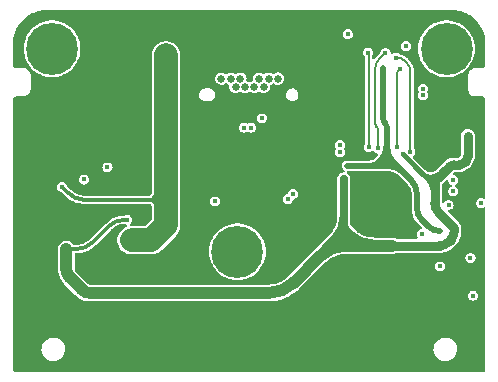
<source format=gbr>
%TF.GenerationSoftware,KiCad,Pcbnew,(6.0.0)*%
%TF.CreationDate,2022-03-04T19:12:44+08:00*%
%TF.ProjectId,USB3G2_SATA3_Bridge(JMS580),55534233-4732-45f5-9341-5441335f4272,rev?*%
%TF.SameCoordinates,Original*%
%TF.FileFunction,Copper,L3,Inr*%
%TF.FilePolarity,Positive*%
%FSLAX46Y46*%
G04 Gerber Fmt 4.6, Leading zero omitted, Abs format (unit mm)*
G04 Created by KiCad (PCBNEW (6.0.0)) date 2022-03-04 19:12:44*
%MOMM*%
%LPD*%
G01*
G04 APERTURE LIST*
%TA.AperFunction,ComponentPad*%
%ADD10C,0.650000*%
%TD*%
%TA.AperFunction,ComponentPad*%
%ADD11O,0.800000X1.400000*%
%TD*%
%TA.AperFunction,ComponentPad*%
%ADD12C,0.700000*%
%TD*%
%TA.AperFunction,ComponentPad*%
%ADD13C,4.400000*%
%TD*%
%TA.AperFunction,ComponentPad*%
%ADD14O,1.400000X2.400000*%
%TD*%
%TA.AperFunction,ViaPad*%
%ADD15C,0.450000*%
%TD*%
%TA.AperFunction,Conductor*%
%ADD16C,0.200000*%
%TD*%
%TA.AperFunction,Conductor*%
%ADD17C,0.300000*%
%TD*%
%TA.AperFunction,Conductor*%
%ADD18C,2.000000*%
%TD*%
%TA.AperFunction,Conductor*%
%ADD19C,0.500000*%
%TD*%
%TA.AperFunction,Conductor*%
%ADD20C,0.700000*%
%TD*%
%TA.AperFunction,Conductor*%
%ADD21C,0.800000*%
%TD*%
%TA.AperFunction,Conductor*%
%ADD22C,1.000000*%
%TD*%
%TA.AperFunction,Conductor*%
%ADD23C,0.400000*%
%TD*%
%TA.AperFunction,Conductor*%
%ADD24C,0.250000*%
%TD*%
G04 APERTURE END LIST*
D10*
%TO.N,GND*%
%TO.C,J2*%
X130534999Y-69395000D03*
%TO.N,/SS_TX2X+*%
X130934999Y-68695000D03*
%TO.N,/SS_TX2X-*%
X131734999Y-68695000D03*
%TO.N,VBUS*%
X132134999Y-69395000D03*
%TO.N,CC2*%
X132534999Y-68695000D03*
%TO.N,D+*%
X132934999Y-69395000D03*
%TO.N,D-*%
X133734999Y-69395000D03*
%TO.N,unconnected-(J2-PadB8)*%
X134134999Y-68695000D03*
%TO.N,VBUS*%
X134534999Y-69395000D03*
%TO.N,SS_RX1-*%
X134934999Y-68695000D03*
%TO.N,SS_RX1+*%
X135734999Y-68695000D03*
%TO.N,GND*%
X136134999Y-69395000D03*
D11*
X128844999Y-64405000D03*
X129204999Y-68795000D03*
X137824999Y-64405000D03*
X137464999Y-68795000D03*
%TD*%
D12*
%TO.N,N/C*%
%TO.C,H2*%
X116600000Y-64500000D03*
X116600000Y-67800000D03*
X118250000Y-66150000D03*
X115433274Y-64983274D03*
X117766726Y-67316726D03*
X117766726Y-64983274D03*
X115433274Y-67316726D03*
X114950000Y-66150000D03*
D13*
X116600000Y-66150000D03*
%TD*%
D12*
%TO.N,N/C*%
%TO.C,H3*%
X131133274Y-82163274D03*
X133950000Y-83330000D03*
X133466726Y-84496726D03*
X132300000Y-81680000D03*
X130650000Y-83330000D03*
X131133274Y-84496726D03*
X132300000Y-84980000D03*
X133466726Y-82163274D03*
D13*
X132300000Y-83330000D03*
%TD*%
D12*
%TO.N,N/C*%
%TO.C,H1*%
X150000000Y-67800000D03*
X148833274Y-67316726D03*
X148350000Y-66150000D03*
X148833274Y-64983274D03*
X151650000Y-66150000D03*
X151166726Y-67316726D03*
X151166726Y-64983274D03*
D13*
X150000000Y-66150000D03*
D12*
X150000000Y-64500000D03*
%TD*%
D14*
%TO.N,GND*%
%TO.C,J1*%
X152014200Y-90851400D03*
X114594200Y-90851400D03*
%TD*%
D15*
%TO.N,GND*%
X139700000Y-75850000D03*
X114000000Y-85000000D03*
X135000000Y-63500000D03*
X145000000Y-63500000D03*
X123000000Y-63500000D03*
X146164999Y-78050000D03*
X114000000Y-88000000D03*
X148340000Y-93000000D03*
X114000000Y-80000000D03*
X151280000Y-69210000D03*
X136340000Y-93000000D03*
X150254998Y-87050000D03*
X137340000Y-93000000D03*
X133000000Y-63500000D03*
X143340000Y-93000000D03*
X143999999Y-63500000D03*
X139340000Y-93000000D03*
X135340000Y-93000000D03*
X145164999Y-80050000D03*
X152950000Y-77270000D03*
X146000000Y-63500000D03*
X146340000Y-93000000D03*
X145370000Y-86380000D03*
X152340000Y-93000000D03*
X151340000Y-93000000D03*
X143000000Y-63500000D03*
X144340000Y-93000000D03*
X120890000Y-80550000D03*
X144164999Y-79050000D03*
X149910000Y-69210000D03*
X146164999Y-79050000D03*
X129340000Y-93000000D03*
X132340000Y-93000000D03*
X150340000Y-93000000D03*
X119000000Y-63500000D03*
X114000000Y-77000000D03*
X145370000Y-85460000D03*
X149184999Y-87050000D03*
X131340000Y-93000000D03*
X115340000Y-93000000D03*
X152980000Y-80210000D03*
X114340000Y-93000000D03*
X125340000Y-93000000D03*
X121000000Y-63500000D03*
X121290000Y-78100000D03*
X148000001Y-63500000D03*
X128340000Y-93000000D03*
X127000000Y-63500000D03*
X147000000Y-63500000D03*
X123340000Y-93000000D03*
X119340000Y-93000000D03*
X114000000Y-87000000D03*
X142000000Y-63500000D03*
X126000000Y-63500000D03*
X114000000Y-78000000D03*
X130340000Y-93000000D03*
X125000000Y-63500000D03*
X141560000Y-85460000D03*
X114000000Y-74000000D03*
X146164999Y-80050000D03*
X133340000Y-93000000D03*
X122000000Y-63500000D03*
X114000000Y-82000000D03*
X118340000Y-93000000D03*
X138340000Y-93000000D03*
X144164999Y-80050000D03*
X114000000Y-89000000D03*
X122340000Y-93000000D03*
X141340000Y-93000000D03*
X115420000Y-68990000D03*
X131000000Y-63500000D03*
X114000000Y-73000000D03*
X127340000Y-93000000D03*
X114000000Y-84000000D03*
X145164999Y-78050000D03*
X135999999Y-63500000D03*
X136930000Y-81930000D03*
X139000000Y-63500000D03*
X116850000Y-79610000D03*
X147340000Y-93000000D03*
X150595000Y-69210000D03*
X134000000Y-63500000D03*
X132000001Y-63500000D03*
X115420000Y-70000000D03*
X152950000Y-78220000D03*
X144164999Y-78050000D03*
X149340000Y-93000000D03*
X139700000Y-73290000D03*
X114000000Y-71000000D03*
X134340000Y-93000000D03*
X126340000Y-93000000D03*
X152970000Y-82240000D03*
X151254998Y-87050000D03*
X141000000Y-63500000D03*
X152980000Y-81240000D03*
X114000000Y-72000000D03*
X114000000Y-83000000D03*
X117340000Y-93000000D03*
X138740000Y-81930000D03*
X119999999Y-63500000D03*
X145340000Y-93000000D03*
X114000000Y-75000000D03*
X121340000Y-93000000D03*
X124340000Y-93000000D03*
X145164999Y-79050000D03*
X114000000Y-79000000D03*
X142340000Y-93000000D03*
X137940000Y-74570000D03*
X114000000Y-86000000D03*
X140340000Y-93000000D03*
X114000000Y-81000000D03*
X140000001Y-63500000D03*
X116340000Y-93000000D03*
X114000000Y-76000000D03*
X141560000Y-86380000D03*
X124000001Y-63500000D03*
X127999999Y-63500000D03*
X120340000Y-93000000D03*
X116830000Y-80850000D03*
%TO.N,VBUS*%
X126250000Y-69545000D03*
X123635000Y-82130000D03*
X148010000Y-70060000D03*
X124290000Y-82790000D03*
X126250000Y-67655000D03*
X122980000Y-82130000D03*
X146580000Y-65920000D03*
X126250000Y-70490000D03*
X124920000Y-82790000D03*
X141630000Y-64930000D03*
X148010000Y-69550000D03*
X126250000Y-66710000D03*
X126250000Y-68600000D03*
X117460000Y-77850000D03*
X124290000Y-82130000D03*
%TO.N,3V3*%
X141600000Y-76070000D03*
X152240000Y-87060000D03*
X119300000Y-77225000D03*
X144600000Y-67790000D03*
X144750000Y-72400000D03*
X152950000Y-79220000D03*
X149490000Y-81550000D03*
X144860000Y-75170000D03*
%TO.N,1V0*%
X151784999Y-75460000D03*
X141660000Y-81680000D03*
X151784999Y-73570000D03*
X151784999Y-74200000D03*
X144100000Y-82820000D03*
X141300000Y-77160000D03*
X117809999Y-83120000D03*
X117809999Y-85010000D03*
X151784999Y-74830000D03*
X122975000Y-80625000D03*
X150250000Y-82400000D03*
X146280000Y-75080000D03*
X117809999Y-83750000D03*
X141304999Y-79250000D03*
X117809999Y-84380000D03*
X145360000Y-82840000D03*
%TO.N,CC1*%
X134350000Y-72050000D03*
X150574999Y-77280000D03*
%TO.N,CC2*%
X150574999Y-78230000D03*
%TO.N,Net-(C30-Pad2)*%
X143370000Y-66480000D03*
X143420000Y-74500000D03*
%TO.N,D+*%
X141003210Y-74902698D03*
%TO.N,D-*%
X141003210Y-74302698D03*
%TO.N,SS_RX1-*%
X136557867Y-78902133D03*
%TO.N,SS_RX1+*%
X136982133Y-78477867D03*
%TO.N,GPIO11*%
X121292500Y-76200000D03*
X150170000Y-79360000D03*
%TO.N,GPIO7*%
X147910000Y-81860000D03*
X130400000Y-79080000D03*
%TO.N,GPIO4*%
X144830000Y-66490000D03*
X144200000Y-74600000D03*
%TO.N,GPIO2*%
X145770000Y-74500000D03*
X146070000Y-67850000D03*
%TO.N,GPIO1*%
X145690000Y-66900000D03*
X146930000Y-74870000D03*
%TO.N,GPIO8*%
X149445000Y-84585000D03*
%TO.N,GPIO9*%
X152030000Y-83870000D03*
%TO.N,/SS_TX2X-*%
X133444999Y-72830570D03*
%TO.N,/SS_TX2X+*%
X132844999Y-72830570D03*
%TD*%
D16*
%TO.N,GPIO4*%
X144067868Y-72747868D02*
G75*
G02*
X143980000Y-72535736I212130J212131D01*
G01*
X144112132Y-72792132D02*
G75*
G02*
X144200000Y-73004264I-212130J-212131D01*
G01*
X144272893Y-67047107D02*
G75*
G03*
X143980000Y-67754214I707106J-707106D01*
G01*
%TO.N,Net-(C30-Pad2)*%
X143420000Y-66530000D02*
X143420000Y-74500000D01*
X143370000Y-66480000D02*
X143420000Y-66530000D01*
%TO.N,GPIO4*%
X144272893Y-67047107D02*
X144830000Y-66490000D01*
X143980000Y-72535736D02*
X143980000Y-67754214D01*
X144112132Y-72792132D02*
X144067868Y-72747868D01*
X144200000Y-74600000D02*
X144200000Y-73004264D01*
D17*
%TO.N,VBUS*%
X117964213Y-78354213D02*
X117460000Y-77850000D01*
X125790000Y-79660000D02*
X125068119Y-78938119D01*
D18*
X126250000Y-81120000D02*
X125000000Y-82370000D01*
X125000000Y-82370000D02*
X123330000Y-82370000D01*
D17*
X125770000Y-78220000D02*
X125048119Y-78941881D01*
X125068119Y-78938119D02*
X119247463Y-78938119D01*
D18*
X126250000Y-66710000D02*
X126250000Y-81120000D01*
D17*
X117964213Y-78354213D02*
G75*
G03*
X119247463Y-78938119I1425170J1430043D01*
G01*
D19*
%TO.N,3V3*%
X144920000Y-75170000D02*
X146944214Y-77194214D01*
X144803553Y-72453553D02*
X144750000Y-72400000D01*
X144860000Y-75170000D02*
X144920000Y-75170000D01*
X144950000Y-75080000D02*
X144950000Y-72807107D01*
X145810000Y-76060000D02*
X145800000Y-76070000D01*
X144860000Y-75170000D02*
X144950000Y-75080000D01*
X141600000Y-76070000D02*
X143545786Y-76070000D01*
X145329289Y-75720001D02*
X144470711Y-75720001D01*
X147530000Y-78608427D02*
X147530000Y-79825786D01*
X144252893Y-75777107D02*
X144860000Y-75170000D01*
X149254214Y-81550000D02*
X149490000Y-81550000D01*
X147822893Y-80532893D02*
X148547107Y-81257107D01*
X144600000Y-67790000D02*
X144600000Y-72042893D01*
X144746447Y-72396447D02*
X144750000Y-72400000D01*
X145800000Y-76070000D02*
X143490711Y-76070000D01*
X147822893Y-80532893D02*
G75*
G02*
X147530000Y-79825786I707106J707106D01*
G01*
X144803553Y-72453553D02*
G75*
G02*
X144950000Y-72807107I-353550J-353553D01*
G01*
X146420000Y-76660000D02*
G75*
G03*
X145005787Y-76074214I-1414215J-1414218D01*
G01*
X144950000Y-74420000D02*
G75*
G03*
X145535786Y-75834213I2000011J5D01*
G01*
X147529999Y-78608427D02*
G75*
G03*
X146944213Y-77194215I-1999999J0D01*
G01*
X148547107Y-81257107D02*
G75*
G03*
X149254214Y-81550000I707106J707106D01*
G01*
X144252893Y-75777107D02*
G75*
G02*
X143545786Y-76070000I-707106J707106D01*
G01*
X144746447Y-72396447D02*
G75*
G02*
X144600000Y-72042893I353550J353553D01*
G01*
X144360000Y-75690000D02*
G75*
G03*
X144945786Y-74275787I-1414223J1414217D01*
G01*
D20*
%TO.N,1V0*%
X141304999Y-79250000D02*
X141304999Y-77164999D01*
X140426319Y-82383681D02*
X139281320Y-83528680D01*
D21*
X150640000Y-81300000D02*
X150640000Y-81605786D01*
X149405786Y-82840000D02*
X145360000Y-82840000D01*
D20*
X144080894Y-82839106D02*
X143155583Y-82839106D01*
D21*
X149292893Y-79952893D02*
X150640000Y-81300000D01*
D17*
X120045787Y-82534213D02*
X121369214Y-81210786D01*
D22*
X119117107Y-86537107D02*
X118102892Y-85522892D01*
D21*
X151431447Y-75828553D02*
X151638553Y-75621447D01*
D20*
X141304999Y-80075001D02*
X141304999Y-80910785D01*
X142527107Y-82547107D02*
X141660000Y-81680000D01*
X144100000Y-82820000D02*
X144120000Y-82840000D01*
D23*
X149000000Y-77800000D02*
X149000000Y-77804214D01*
X146280000Y-75080000D02*
X149000000Y-77800000D01*
D19*
X141304999Y-77164999D02*
X141300000Y-77160000D01*
D23*
X146640000Y-75440000D02*
X147942893Y-76742893D01*
D21*
X150347107Y-82312893D02*
X150112893Y-82547107D01*
D22*
X117809999Y-84815785D02*
X117809999Y-83120000D01*
D20*
X141114999Y-82035001D02*
X141114999Y-82412360D01*
D22*
X139281320Y-83718680D02*
X137048679Y-85951321D01*
D19*
X141597892Y-81617892D02*
X141660000Y-81680000D01*
D17*
X117809999Y-83120000D02*
X118631573Y-83120000D01*
D21*
X150622107Y-75975000D02*
X151077893Y-75975000D01*
D20*
X141304999Y-79885001D02*
X141304999Y-80262360D01*
X141304999Y-79250000D02*
X141304999Y-80075001D01*
D21*
X151784999Y-75267894D02*
X151784999Y-73570000D01*
D22*
X134927359Y-86830000D02*
X119824214Y-86830000D01*
X145360000Y-82840000D02*
X141402641Y-82840000D01*
D20*
X144120000Y-82840000D02*
X145360000Y-82840000D01*
D17*
X122783427Y-80625000D02*
X122975000Y-80625000D01*
D23*
X149294261Y-76803586D02*
X149727847Y-76370000D01*
D21*
X149000000Y-77804214D02*
X149000000Y-79245786D01*
D20*
X144100000Y-82820000D02*
X144080894Y-82839106D01*
D21*
X149292893Y-77097107D02*
X150268554Y-76121446D01*
X149000001Y-79245786D02*
G75*
G03*
X149292894Y-79952892I999993J-3D01*
G01*
D23*
X148799999Y-78004214D02*
G75*
G03*
X148507106Y-77297108I-999993J3D01*
G01*
X149294261Y-76803586D02*
G75*
G02*
X147942894Y-76742892I-642370J772099D01*
G01*
D21*
X151638553Y-75621447D02*
G75*
G03*
X151784999Y-75267894I-353556J353553D01*
G01*
D22*
X134927359Y-86830000D02*
G75*
G03*
X137048679Y-85951321I1J2999998D01*
G01*
D21*
X150347107Y-82312893D02*
G75*
G03*
X150640000Y-81605786I-707101J707104D01*
G01*
D22*
X118102892Y-85522892D02*
G75*
G02*
X117809999Y-84815785I707106J707106D01*
G01*
X119117107Y-86537107D02*
G75*
G03*
X119824214Y-86830000I707106J707106D01*
G01*
X141700021Y-81951858D02*
G75*
G03*
X143821342Y-82830538I2121318J2121314D01*
G01*
D21*
X150268554Y-76121446D02*
G75*
G02*
X150622107Y-75975000I353553J-353556D01*
G01*
D22*
X141402641Y-82840001D02*
G75*
G03*
X139281321Y-83718681I-3J-2999993D01*
G01*
D21*
X149292893Y-77097107D02*
G75*
G03*
X149000000Y-77804214I707106J-707106D01*
G01*
D20*
X141305000Y-80910785D02*
G75*
G03*
X141597893Y-81617891I999993J-3D01*
G01*
D17*
X121369214Y-81210786D02*
G75*
G02*
X122783427Y-80625000I1414213J-1414214D01*
G01*
D20*
X142527107Y-82547107D02*
G75*
G03*
X143155583Y-82839106I717598J722161D01*
G01*
D17*
X118631573Y-83119999D02*
G75*
G03*
X120045786Y-82534212I0J1999999D01*
G01*
D20*
X140426319Y-82383681D02*
G75*
G03*
X141304999Y-80262360I-2121325J2121323D01*
G01*
D21*
X149405786Y-82839999D02*
G75*
G03*
X150112892Y-82547106I3J999993D01*
G01*
X151431447Y-75828553D02*
G75*
G02*
X151077893Y-75975000I-353553J353550D01*
G01*
D16*
%TO.N,GPIO2*%
X146070000Y-67850000D02*
X145916446Y-68003554D01*
X145770000Y-68357107D02*
X145770000Y-74500000D01*
X145770001Y-68357107D02*
G75*
G02*
X145916446Y-68003554I500001J0D01*
G01*
%TO.N,GPIO1*%
X146482893Y-67192893D02*
X146637107Y-67347107D01*
X146930000Y-68054214D02*
X146930000Y-74870000D01*
X145690000Y-66900000D02*
X145775786Y-66900000D01*
D24*
X145690000Y-66900000D02*
X145744315Y-66900000D01*
D16*
X146482893Y-67192893D02*
G75*
G03*
X145775786Y-66900000I-707106J-707106D01*
G01*
X146637107Y-67347107D02*
G75*
G02*
X146930000Y-68054214I-707106J-707106D01*
G01*
%TD*%
%TA.AperFunction,Conductor*%
%TO.N,GND*%
G36*
X150395911Y-62852115D02*
G01*
X150407326Y-62854740D01*
X150418200Y-62852280D01*
X150428515Y-62852298D01*
X150439464Y-62851385D01*
X150579286Y-62859250D01*
X150726500Y-62867531D01*
X150737544Y-62868778D01*
X151046854Y-62921421D01*
X151057690Y-62923898D01*
X151218189Y-62970218D01*
X151359140Y-63010897D01*
X151369634Y-63014576D01*
X151659417Y-63134830D01*
X151669426Y-63139658D01*
X151943914Y-63291664D01*
X151953310Y-63297579D01*
X152208663Y-63479157D01*
X152209008Y-63479402D01*
X152217695Y-63486346D01*
X152451391Y-63695700D01*
X152459244Y-63703573D01*
X152667991Y-63937819D01*
X152674897Y-63946508D01*
X152781697Y-64097534D01*
X152856048Y-64202675D01*
X152861949Y-64212101D01*
X153013234Y-64486981D01*
X153018040Y-64497009D01*
X153137536Y-64787104D01*
X153141187Y-64797607D01*
X153227396Y-65099275D01*
X153229847Y-65110123D01*
X153281681Y-65419567D01*
X153282899Y-65430620D01*
X153298269Y-65717175D01*
X153297398Y-65727100D01*
X153297435Y-65727100D01*
X153297386Y-65738247D01*
X153294859Y-65749106D01*
X153297291Y-65759985D01*
X153297616Y-65761440D01*
X153300000Y-65783036D01*
X153300000Y-67490483D01*
X153298174Y-67504307D01*
X153297903Y-67511359D01*
X153295008Y-67522125D01*
X153297054Y-67533005D01*
X153295405Y-67547497D01*
X153292807Y-67561135D01*
X153287224Y-67590439D01*
X153277258Y-67618628D01*
X153251840Y-67666119D01*
X153233910Y-67690049D01*
X153195476Y-67727781D01*
X153171221Y-67745266D01*
X153123269Y-67769805D01*
X153094901Y-67779250D01*
X153051585Y-67786677D01*
X153037679Y-67787977D01*
X153027171Y-67785761D01*
X153016344Y-67788419D01*
X153014408Y-67788451D01*
X152994361Y-67790876D01*
X152510098Y-67790876D01*
X152487746Y-67788319D01*
X152476592Y-67785734D01*
X152475876Y-67785733D01*
X152470423Y-67786977D01*
X152467096Y-67787349D01*
X152462808Y-67788077D01*
X152388016Y-67796504D01*
X152324724Y-67803635D01*
X152319479Y-67805470D01*
X152319476Y-67805471D01*
X152186403Y-67852036D01*
X152186401Y-67852037D01*
X152181151Y-67853874D01*
X152176444Y-67856831D01*
X152176441Y-67856833D01*
X152057065Y-67931841D01*
X152057060Y-67931845D01*
X152052357Y-67934800D01*
X151944800Y-68042357D01*
X151941845Y-68047060D01*
X151941841Y-68047065D01*
X151866833Y-68166441D01*
X151863874Y-68171151D01*
X151862037Y-68176401D01*
X151862036Y-68176403D01*
X151816481Y-68306592D01*
X151813635Y-68314724D01*
X151811967Y-68329529D01*
X151798227Y-68451478D01*
X151797375Y-68456443D01*
X151797000Y-68459698D01*
X151795734Y-68465160D01*
X151795733Y-68465876D01*
X151796975Y-68471323D01*
X151796976Y-68471328D01*
X151798368Y-68477428D01*
X151800848Y-68499527D01*
X151800514Y-68899566D01*
X151800028Y-69480737D01*
X151797472Y-69503005D01*
X151794858Y-69514284D01*
X151794857Y-69515000D01*
X151796100Y-69520451D01*
X151796473Y-69523780D01*
X151797201Y-69528068D01*
X151804323Y-69591280D01*
X151812759Y-69666152D01*
X151814594Y-69671397D01*
X151814595Y-69671400D01*
X151860722Y-69803220D01*
X151862998Y-69809725D01*
X151865955Y-69814432D01*
X151865957Y-69814435D01*
X151940965Y-69933811D01*
X151940969Y-69933816D01*
X151943924Y-69938519D01*
X152051481Y-70046076D01*
X152056184Y-70049031D01*
X152056189Y-70049035D01*
X152175565Y-70124043D01*
X152175568Y-70124045D01*
X152180275Y-70127002D01*
X152185525Y-70128839D01*
X152185527Y-70128840D01*
X152318600Y-70175405D01*
X152318603Y-70175406D01*
X152323848Y-70177241D01*
X152363508Y-70181709D01*
X152460602Y-70192649D01*
X152465567Y-70193501D01*
X152468822Y-70193876D01*
X152474284Y-70195142D01*
X152475000Y-70195143D01*
X152483123Y-70193290D01*
X152486679Y-70192479D01*
X152508696Y-70190000D01*
X152981065Y-70190000D01*
X153000593Y-70191946D01*
X153016149Y-70195076D01*
X153026528Y-70192425D01*
X153040912Y-70193193D01*
X153080974Y-70198527D01*
X153087647Y-70199416D01*
X153117820Y-70208493D01*
X153168147Y-70232929D01*
X153193942Y-70251028D01*
X153234045Y-70290045D01*
X153252843Y-70315330D01*
X153278656Y-70364974D01*
X153288555Y-70394881D01*
X153296089Y-70441619D01*
X153297181Y-70455411D01*
X153294857Y-70465518D01*
X153297317Y-70476390D01*
X153297317Y-70476391D01*
X153297559Y-70477459D01*
X153300000Y-70499308D01*
X153300000Y-78759230D01*
X153281093Y-78817421D01*
X153231593Y-78853385D01*
X153170407Y-78853385D01*
X153156055Y-78847440D01*
X153090066Y-78813817D01*
X153090065Y-78813817D01*
X153083126Y-78810281D01*
X153075432Y-78809062D01*
X153075431Y-78809062D01*
X152986978Y-78795053D01*
X152950000Y-78789196D01*
X152913022Y-78795053D01*
X152824569Y-78809062D01*
X152824568Y-78809062D01*
X152816874Y-78810281D01*
X152809935Y-78813817D01*
X152809934Y-78813817D01*
X152703719Y-78867936D01*
X152703717Y-78867937D01*
X152696780Y-78871472D01*
X152601472Y-78966780D01*
X152597937Y-78973717D01*
X152597936Y-78973719D01*
X152580502Y-79007936D01*
X152540281Y-79086874D01*
X152519196Y-79220000D01*
X152522261Y-79239351D01*
X152534657Y-79317615D01*
X152540281Y-79353126D01*
X152543817Y-79360065D01*
X152543817Y-79360066D01*
X152592795Y-79456190D01*
X152601472Y-79473220D01*
X152696780Y-79568528D01*
X152703717Y-79572063D01*
X152703719Y-79572064D01*
X152784493Y-79613220D01*
X152816874Y-79629719D01*
X152824568Y-79630938D01*
X152824569Y-79630938D01*
X152942304Y-79649585D01*
X152950000Y-79650804D01*
X152957696Y-79649585D01*
X153075431Y-79630938D01*
X153075432Y-79630938D01*
X153083126Y-79629719D01*
X153115507Y-79613220D01*
X153156055Y-79592560D01*
X153216487Y-79582989D01*
X153271004Y-79610767D01*
X153298781Y-79665283D01*
X153300000Y-79680770D01*
X153300000Y-93401000D01*
X153281093Y-93459191D01*
X153231593Y-93495155D01*
X153201000Y-93500000D01*
X113399000Y-93500000D01*
X113340809Y-93481093D01*
X113304845Y-93431593D01*
X113300000Y-93401000D01*
X113300000Y-91660526D01*
X115704741Y-91660526D01*
X115735135Y-91861497D01*
X115805319Y-92052252D01*
X115912426Y-92224999D01*
X116052081Y-92372680D01*
X116056186Y-92375554D01*
X116056189Y-92375557D01*
X116139558Y-92433932D01*
X116218579Y-92489263D01*
X116223175Y-92491252D01*
X116223177Y-92491253D01*
X116320356Y-92533306D01*
X116405119Y-92569986D01*
X116604080Y-92611551D01*
X116608632Y-92611790D01*
X116609434Y-92611832D01*
X116609449Y-92611832D01*
X116610739Y-92611900D01*
X116760000Y-92611900D01*
X116762488Y-92611647D01*
X116762494Y-92611647D01*
X116823016Y-92605499D01*
X116911416Y-92596520D01*
X117105372Y-92535738D01*
X117283144Y-92437197D01*
X117437471Y-92304923D01*
X117562048Y-92144319D01*
X117651787Y-91961945D01*
X117703022Y-91765252D01*
X117708510Y-91660526D01*
X148894741Y-91660526D01*
X148925135Y-91861497D01*
X148995319Y-92052252D01*
X149102426Y-92224999D01*
X149242081Y-92372680D01*
X149246186Y-92375554D01*
X149246189Y-92375557D01*
X149329558Y-92433932D01*
X149408579Y-92489263D01*
X149413175Y-92491252D01*
X149413177Y-92491253D01*
X149510356Y-92533306D01*
X149595119Y-92569986D01*
X149794080Y-92611551D01*
X149798632Y-92611790D01*
X149799434Y-92611832D01*
X149799449Y-92611832D01*
X149800739Y-92611900D01*
X149950000Y-92611900D01*
X149952488Y-92611647D01*
X149952494Y-92611647D01*
X150013016Y-92605499D01*
X150101416Y-92596520D01*
X150295372Y-92535738D01*
X150473144Y-92437197D01*
X150627471Y-92304923D01*
X150752048Y-92144319D01*
X150841787Y-91961945D01*
X150893022Y-91765252D01*
X150903659Y-91562274D01*
X150873265Y-91361303D01*
X150803081Y-91170548D01*
X150695974Y-90997801D01*
X150556319Y-90850120D01*
X150552214Y-90847246D01*
X150552211Y-90847243D01*
X150393927Y-90736412D01*
X150389821Y-90733537D01*
X150385225Y-90731548D01*
X150385223Y-90731547D01*
X150207877Y-90654803D01*
X150207878Y-90654803D01*
X150203281Y-90652814D01*
X150004320Y-90611249D01*
X149999768Y-90611010D01*
X149998966Y-90610968D01*
X149998951Y-90610968D01*
X149997661Y-90610900D01*
X149848400Y-90610900D01*
X149845912Y-90611153D01*
X149845906Y-90611153D01*
X149785384Y-90617301D01*
X149696984Y-90626280D01*
X149503028Y-90687062D01*
X149325256Y-90785603D01*
X149170929Y-90917877D01*
X149046352Y-91078481D01*
X148956613Y-91260855D01*
X148905378Y-91457548D01*
X148894741Y-91660526D01*
X117708510Y-91660526D01*
X117713659Y-91562274D01*
X117683265Y-91361303D01*
X117613081Y-91170548D01*
X117505974Y-90997801D01*
X117366319Y-90850120D01*
X117362214Y-90847246D01*
X117362211Y-90847243D01*
X117203927Y-90736412D01*
X117199821Y-90733537D01*
X117195225Y-90731548D01*
X117195223Y-90731547D01*
X117017877Y-90654803D01*
X117017878Y-90654803D01*
X117013281Y-90652814D01*
X116814320Y-90611249D01*
X116809768Y-90611010D01*
X116808966Y-90610968D01*
X116808951Y-90610968D01*
X116807661Y-90610900D01*
X116658400Y-90610900D01*
X116655912Y-90611153D01*
X116655906Y-90611153D01*
X116595384Y-90617301D01*
X116506984Y-90626280D01*
X116313028Y-90687062D01*
X116135256Y-90785603D01*
X115980929Y-90917877D01*
X115856352Y-91078481D01*
X115766613Y-91260855D01*
X115715378Y-91457548D01*
X115704741Y-91660526D01*
X113300000Y-91660526D01*
X113300000Y-77850000D01*
X117029196Y-77850000D01*
X117050281Y-77983126D01*
X117053817Y-77990065D01*
X117053817Y-77990066D01*
X117105386Y-78091275D01*
X117111472Y-78103220D01*
X117206780Y-78198528D01*
X117213717Y-78202063D01*
X117213719Y-78202064D01*
X117275202Y-78233391D01*
X117326874Y-78259719D01*
X117334570Y-78260938D01*
X117351143Y-78263563D01*
X117405658Y-78291340D01*
X117691625Y-78577306D01*
X117701616Y-78588982D01*
X117713711Y-78605571D01*
X117715377Y-78606777D01*
X117720830Y-78611601D01*
X117922891Y-78790347D01*
X117922898Y-78790352D01*
X117925095Y-78792296D01*
X118157010Y-78952788D01*
X118406323Y-79084639D01*
X118669516Y-79185989D01*
X118942872Y-79255406D01*
X119180139Y-79286376D01*
X119182323Y-79286753D01*
X119186369Y-79288174D01*
X119191507Y-79288619D01*
X119193648Y-79288619D01*
X119194854Y-79288671D01*
X119203394Y-79289412D01*
X119211797Y-79290509D01*
X119211799Y-79290509D01*
X119220518Y-79291647D01*
X119222518Y-79292110D01*
X119230283Y-79291435D01*
X119230285Y-79291435D01*
X119258391Y-79288991D01*
X119266966Y-79288619D01*
X124881929Y-79288619D01*
X124940120Y-79307526D01*
X124951933Y-79317615D01*
X125020504Y-79386186D01*
X125048281Y-79440703D01*
X125049500Y-79456190D01*
X125049500Y-80581728D01*
X125030593Y-80639919D01*
X125020504Y-80651731D01*
X124531733Y-81140503D01*
X124477216Y-81168281D01*
X124461729Y-81169500D01*
X123274030Y-81169500D01*
X123271786Y-81169706D01*
X123271768Y-81169707D01*
X123262056Y-81170600D01*
X123202379Y-81157099D01*
X123162035Y-81111099D01*
X123156434Y-81050171D01*
X123187716Y-80997586D01*
X123208048Y-80983807D01*
X123221278Y-80977066D01*
X123221282Y-80977063D01*
X123228220Y-80973528D01*
X123323528Y-80878220D01*
X123327671Y-80870090D01*
X123381183Y-80765066D01*
X123381183Y-80765065D01*
X123384719Y-80758126D01*
X123405804Y-80625000D01*
X123391806Y-80536617D01*
X123385938Y-80499569D01*
X123385938Y-80499568D01*
X123384719Y-80491874D01*
X123381183Y-80484934D01*
X123327064Y-80378719D01*
X123327063Y-80378717D01*
X123323528Y-80371780D01*
X123228220Y-80276472D01*
X123221283Y-80272937D01*
X123221281Y-80272936D01*
X123115066Y-80218817D01*
X123115065Y-80218817D01*
X123108126Y-80215281D01*
X123100432Y-80214062D01*
X123100431Y-80214062D01*
X122982696Y-80195415D01*
X122975000Y-80194196D01*
X122841874Y-80215281D01*
X122834931Y-80218819D01*
X122834930Y-80218819D01*
X122745242Y-80264518D01*
X122705848Y-80275153D01*
X122519840Y-80285599D01*
X122517094Y-80286066D01*
X122517090Y-80286066D01*
X122262310Y-80329355D01*
X122262308Y-80329355D01*
X122259568Y-80329821D01*
X122256898Y-80330590D01*
X122256899Y-80330590D01*
X122008555Y-80402136D01*
X122008552Y-80402137D01*
X122005883Y-80402906D01*
X122003311Y-80403971D01*
X122003312Y-80403971D01*
X121764547Y-80502870D01*
X121764540Y-80502873D01*
X121761977Y-80503935D01*
X121759540Y-80505282D01*
X121533351Y-80630291D01*
X121533342Y-80630297D01*
X121530915Y-80631638D01*
X121315605Y-80784409D01*
X121127342Y-80952652D01*
X121126675Y-80953190D01*
X121126130Y-80953735D01*
X121123610Y-80955987D01*
X121118284Y-80959856D01*
X121106448Y-80976147D01*
X121096364Y-80987954D01*
X119822955Y-82261363D01*
X119811148Y-82271447D01*
X119794857Y-82283283D01*
X119790279Y-82289584D01*
X119790275Y-82289588D01*
X119789750Y-82290311D01*
X119774931Y-82306555D01*
X119640604Y-82424356D01*
X119630331Y-82432239D01*
X119461721Y-82544901D01*
X119450505Y-82551376D01*
X119268627Y-82641068D01*
X119256664Y-82646024D01*
X119064637Y-82711209D01*
X119052137Y-82714559D01*
X118853231Y-82754123D01*
X118840406Y-82755811D01*
X118662111Y-82767497D01*
X118640157Y-82766490D01*
X118631573Y-82765131D01*
X118623877Y-82766350D01*
X118611685Y-82768281D01*
X118596198Y-82769500D01*
X118471226Y-82769500D01*
X118413035Y-82750593D01*
X118389638Y-82726574D01*
X118342695Y-82658271D01*
X118342690Y-82658265D01*
X118339311Y-82653349D01*
X118334858Y-82649382D01*
X118334855Y-82649378D01*
X118256426Y-82579501D01*
X118212720Y-82540560D01*
X118062880Y-82461224D01*
X117980660Y-82440572D01*
X117904230Y-82421373D01*
X117904227Y-82421373D01*
X117898440Y-82419919D01*
X117812840Y-82419471D01*
X117734860Y-82419062D01*
X117734858Y-82419062D01*
X117728894Y-82419031D01*
X117723098Y-82420423D01*
X117723094Y-82420423D01*
X117622519Y-82444570D01*
X117564031Y-82458612D01*
X117488700Y-82497493D01*
X117418674Y-82533636D01*
X117418672Y-82533638D01*
X117413368Y-82536375D01*
X117285603Y-82647831D01*
X117282172Y-82652713D01*
X117282171Y-82652714D01*
X117193526Y-82778843D01*
X117188112Y-82786547D01*
X117185944Y-82792108D01*
X117146628Y-82892948D01*
X117126523Y-82944513D01*
X117125744Y-82950428D01*
X117125744Y-82950429D01*
X117120039Y-82993768D01*
X117109499Y-83073826D01*
X117109499Y-84758937D01*
X117108511Y-84772886D01*
X117104509Y-84801006D01*
X117104354Y-84815784D01*
X117104743Y-84818996D01*
X117107291Y-84840055D01*
X117107796Y-84845474D01*
X117120147Y-85033912D01*
X117120429Y-85038221D01*
X117163917Y-85256851D01*
X117235570Y-85467934D01*
X117237002Y-85470837D01*
X117237002Y-85470838D01*
X117314418Y-85627822D01*
X117334162Y-85667860D01*
X117458006Y-85853205D01*
X117502469Y-85903905D01*
X117572872Y-85984185D01*
X117577606Y-85990017D01*
X117586603Y-86001999D01*
X117593586Y-86011299D01*
X117603926Y-86021858D01*
X117606473Y-86023855D01*
X117632927Y-86044598D01*
X117641844Y-86052500D01*
X118581588Y-86992245D01*
X118590745Y-87002798D01*
X118607801Y-87025514D01*
X118618141Y-87036073D01*
X118620687Y-87038069D01*
X118637374Y-87051154D01*
X118641561Y-87054628D01*
X118784352Y-87179852D01*
X118784357Y-87179856D01*
X118786794Y-87181993D01*
X118972139Y-87305837D01*
X118975041Y-87307268D01*
X118975046Y-87307271D01*
X118998275Y-87318726D01*
X119172065Y-87404429D01*
X119383148Y-87476082D01*
X119386329Y-87476715D01*
X119386330Y-87476715D01*
X119392966Y-87478035D01*
X119601778Y-87519570D01*
X119605002Y-87519781D01*
X119605007Y-87519782D01*
X119775610Y-87530964D01*
X119783072Y-87531738D01*
X119809437Y-87535490D01*
X119812669Y-87535524D01*
X119812670Y-87535524D01*
X119816395Y-87535563D01*
X119824215Y-87535645D01*
X119860806Y-87531217D01*
X119872700Y-87530500D01*
X134870512Y-87530500D01*
X134884461Y-87531488D01*
X134909374Y-87535034D01*
X134909380Y-87535034D01*
X134912581Y-87535490D01*
X134915813Y-87535524D01*
X134915814Y-87535524D01*
X134919743Y-87535565D01*
X134927359Y-87535645D01*
X134944536Y-87533567D01*
X134952087Y-87532946D01*
X135250186Y-87519930D01*
X135358187Y-87505712D01*
X135568418Y-87478035D01*
X135568430Y-87478033D01*
X135570556Y-87477753D01*
X135819491Y-87422566D01*
X135883916Y-87408283D01*
X135883919Y-87408282D01*
X135886031Y-87407814D01*
X136194210Y-87310645D01*
X136492747Y-87186987D01*
X136736687Y-87060000D01*
X151809196Y-87060000D01*
X151810415Y-87067696D01*
X151828518Y-87181993D01*
X151830281Y-87193126D01*
X151891472Y-87313220D01*
X151986780Y-87408528D01*
X151993717Y-87412063D01*
X151993719Y-87412064D01*
X152099934Y-87466183D01*
X152106874Y-87469719D01*
X152114568Y-87470938D01*
X152114569Y-87470938D01*
X152232304Y-87489585D01*
X152240000Y-87490804D01*
X152247696Y-87489585D01*
X152365431Y-87470938D01*
X152365432Y-87470938D01*
X152373126Y-87469719D01*
X152380066Y-87466183D01*
X152486281Y-87412064D01*
X152486283Y-87412063D01*
X152493220Y-87408528D01*
X152588528Y-87313220D01*
X152649719Y-87193126D01*
X152651483Y-87181993D01*
X152669585Y-87067696D01*
X152670804Y-87060000D01*
X152649719Y-86926874D01*
X152588528Y-86806780D01*
X152493220Y-86711472D01*
X152486283Y-86707937D01*
X152486281Y-86707936D01*
X152380066Y-86653817D01*
X152380065Y-86653817D01*
X152373126Y-86650281D01*
X152365432Y-86649062D01*
X152365431Y-86649062D01*
X152247696Y-86630415D01*
X152240000Y-86629196D01*
X152232304Y-86630415D01*
X152114569Y-86649062D01*
X152114568Y-86649062D01*
X152106874Y-86650281D01*
X152099935Y-86653817D01*
X152099934Y-86653817D01*
X151993719Y-86707936D01*
X151993717Y-86707937D01*
X151986780Y-86711472D01*
X151891472Y-86806780D01*
X151830281Y-86926874D01*
X151809196Y-87060000D01*
X136736687Y-87060000D01*
X136777462Y-87038774D01*
X136777466Y-87038772D01*
X136779371Y-87037780D01*
X136781181Y-87036627D01*
X137050081Y-86865319D01*
X137050084Y-86865317D01*
X137051900Y-86864160D01*
X137308260Y-86667448D01*
X137516242Y-86476868D01*
X137523682Y-86470691D01*
X137534501Y-86462568D01*
X137534502Y-86462567D01*
X137537086Y-86460627D01*
X137547645Y-86450287D01*
X137570385Y-86421286D01*
X137578287Y-86412369D01*
X139405657Y-84585000D01*
X149014196Y-84585000D01*
X149035281Y-84718126D01*
X149038817Y-84725065D01*
X149038817Y-84725066D01*
X149079158Y-84804239D01*
X149096472Y-84838220D01*
X149191780Y-84933528D01*
X149198717Y-84937063D01*
X149198719Y-84937064D01*
X149276125Y-84976504D01*
X149311874Y-84994719D01*
X149319568Y-84995938D01*
X149319569Y-84995938D01*
X149437304Y-85014585D01*
X149445000Y-85015804D01*
X149452696Y-85014585D01*
X149570431Y-84995938D01*
X149570432Y-84995938D01*
X149578126Y-84994719D01*
X149613875Y-84976504D01*
X149691281Y-84937064D01*
X149691283Y-84937063D01*
X149698220Y-84933528D01*
X149793528Y-84838220D01*
X149810843Y-84804239D01*
X149851183Y-84725066D01*
X149851183Y-84725065D01*
X149854719Y-84718126D01*
X149875804Y-84585000D01*
X149860974Y-84491366D01*
X149855938Y-84459569D01*
X149855938Y-84459568D01*
X149854719Y-84451874D01*
X149793528Y-84331780D01*
X149698220Y-84236472D01*
X149691283Y-84232937D01*
X149691281Y-84232936D01*
X149585066Y-84178817D01*
X149585065Y-84178817D01*
X149578126Y-84175281D01*
X149570432Y-84174062D01*
X149570431Y-84174062D01*
X149452696Y-84155415D01*
X149445000Y-84154196D01*
X149437304Y-84155415D01*
X149319569Y-84174062D01*
X149319568Y-84174062D01*
X149311874Y-84175281D01*
X149304935Y-84178817D01*
X149304934Y-84178817D01*
X149198719Y-84232936D01*
X149198717Y-84232937D01*
X149191780Y-84236472D01*
X149096472Y-84331780D01*
X149035281Y-84451874D01*
X149034062Y-84459568D01*
X149034062Y-84459569D01*
X149029026Y-84491366D01*
X149014196Y-84585000D01*
X139405657Y-84585000D01*
X139739415Y-84251242D01*
X139749151Y-84242704D01*
X139770304Y-84226473D01*
X139770306Y-84226471D01*
X139775034Y-84222843D01*
X139783346Y-84212469D01*
X139790732Y-84203249D01*
X139802026Y-84191331D01*
X139964782Y-84045883D01*
X139973456Y-84038965D01*
X140174704Y-83896171D01*
X140184100Y-83890268D01*
X140220772Y-83870000D01*
X151599196Y-83870000D01*
X151620281Y-84003126D01*
X151623817Y-84010065D01*
X151623817Y-84010066D01*
X151640180Y-84042179D01*
X151681472Y-84123220D01*
X151776780Y-84218528D01*
X151783717Y-84222063D01*
X151783719Y-84222064D01*
X151889934Y-84276183D01*
X151896874Y-84279719D01*
X151904568Y-84280938D01*
X151904569Y-84280938D01*
X152022304Y-84299585D01*
X152030000Y-84300804D01*
X152037696Y-84299585D01*
X152155431Y-84280938D01*
X152155432Y-84280938D01*
X152163126Y-84279719D01*
X152170066Y-84276183D01*
X152276281Y-84222064D01*
X152276283Y-84222063D01*
X152283220Y-84218528D01*
X152378528Y-84123220D01*
X152419821Y-84042179D01*
X152436183Y-84010066D01*
X152436183Y-84010065D01*
X152439719Y-84003126D01*
X152460804Y-83870000D01*
X152439719Y-83736874D01*
X152436183Y-83729934D01*
X152382064Y-83623719D01*
X152382063Y-83623717D01*
X152378528Y-83616780D01*
X152283220Y-83521472D01*
X152276283Y-83517937D01*
X152276281Y-83517936D01*
X152170066Y-83463817D01*
X152170065Y-83463817D01*
X152163126Y-83460281D01*
X152155432Y-83459062D01*
X152155431Y-83459062D01*
X152048960Y-83442199D01*
X152030000Y-83439196D01*
X152011040Y-83442199D01*
X151904569Y-83459062D01*
X151904568Y-83459062D01*
X151896874Y-83460281D01*
X151889935Y-83463817D01*
X151889934Y-83463817D01*
X151783719Y-83517936D01*
X151783717Y-83517937D01*
X151776780Y-83521472D01*
X151681472Y-83616780D01*
X151677937Y-83623717D01*
X151677936Y-83623719D01*
X151623817Y-83729934D01*
X151620281Y-83736874D01*
X151599196Y-83870000D01*
X140220772Y-83870000D01*
X140400063Y-83770910D01*
X140410053Y-83766099D01*
X140638030Y-83671668D01*
X140648500Y-83668004D01*
X140826302Y-83616780D01*
X140885616Y-83599692D01*
X140896440Y-83597222D01*
X141029013Y-83574697D01*
X141139701Y-83555891D01*
X141150725Y-83554648D01*
X141251162Y-83549008D01*
X141361007Y-83542839D01*
X141379480Y-83543530D01*
X141387338Y-83544564D01*
X141395251Y-83545606D01*
X141401184Y-83544951D01*
X141401188Y-83544951D01*
X141436084Y-83541098D01*
X141446948Y-83540500D01*
X145402516Y-83540500D01*
X145425443Y-83537726D01*
X145522398Y-83525993D01*
X145522401Y-83525992D01*
X145528320Y-83525276D01*
X145686923Y-83465345D01*
X145697738Y-83457912D01*
X145753813Y-83440500D01*
X149359935Y-83440500D01*
X149372856Y-83441347D01*
X149405784Y-83445682D01*
X149412217Y-83444835D01*
X149412219Y-83444835D01*
X149429028Y-83442622D01*
X149435476Y-83441987D01*
X149611912Y-83430424D01*
X149611919Y-83430423D01*
X149615140Y-83430212D01*
X149618302Y-83429583D01*
X149618310Y-83429582D01*
X149817732Y-83389914D01*
X149817733Y-83389914D01*
X149820914Y-83389281D01*
X149833868Y-83384884D01*
X149957658Y-83342863D01*
X150019585Y-83321842D01*
X150127382Y-83268682D01*
X150204842Y-83230483D01*
X150204847Y-83230480D01*
X150207753Y-83229047D01*
X150252240Y-83199322D01*
X150379508Y-83114285D01*
X150379511Y-83114283D01*
X150382200Y-83112486D01*
X150384627Y-83110357D01*
X150384642Y-83110346D01*
X150517570Y-82993768D01*
X150522582Y-82989655D01*
X150536022Y-82979343D01*
X150536023Y-82979342D01*
X150541176Y-82975388D01*
X150561392Y-82949042D01*
X150569930Y-82939305D01*
X150739305Y-82769930D01*
X150749042Y-82761392D01*
X150759638Y-82753261D01*
X150775388Y-82741176D01*
X150789668Y-82722566D01*
X150793760Y-82717581D01*
X150912486Y-82582200D01*
X151029048Y-82407754D01*
X151121843Y-82219585D01*
X151189282Y-82020914D01*
X151192574Y-82004362D01*
X151229583Y-81818310D01*
X151229584Y-81818302D01*
X151230213Y-81815140D01*
X151230525Y-81810391D01*
X151241989Y-81635459D01*
X151242624Y-81629010D01*
X151244835Y-81612216D01*
X151245682Y-81605784D01*
X151241347Y-81572856D01*
X151240500Y-81559935D01*
X151240500Y-81345849D01*
X151241347Y-81332927D01*
X151244835Y-81306433D01*
X151245682Y-81300000D01*
X151225044Y-81143238D01*
X151164536Y-80997159D01*
X151148898Y-80976779D01*
X151068282Y-80871718D01*
X151041936Y-80851502D01*
X151032199Y-80842964D01*
X150143402Y-79954167D01*
X150115625Y-79899650D01*
X150125196Y-79839218D01*
X150168461Y-79795953D01*
X150197919Y-79786382D01*
X150240323Y-79779666D01*
X150295431Y-79770938D01*
X150295432Y-79770938D01*
X150303126Y-79769719D01*
X150310066Y-79766183D01*
X150416281Y-79712064D01*
X150416283Y-79712063D01*
X150423220Y-79708528D01*
X150518528Y-79613220D01*
X150533932Y-79582989D01*
X150576183Y-79500066D01*
X150576183Y-79500065D01*
X150579719Y-79493126D01*
X150583330Y-79470331D01*
X150599585Y-79367696D01*
X150600804Y-79360000D01*
X150589978Y-79291647D01*
X150580938Y-79234569D01*
X150580938Y-79234568D01*
X150579719Y-79226874D01*
X150565993Y-79199935D01*
X150522064Y-79113719D01*
X150522063Y-79113717D01*
X150518528Y-79106780D01*
X150423220Y-79011472D01*
X150416283Y-79007937D01*
X150416281Y-79007936D01*
X150310066Y-78953817D01*
X150310065Y-78953817D01*
X150303126Y-78950281D01*
X150295432Y-78949062D01*
X150295431Y-78949062D01*
X150177696Y-78930415D01*
X150170000Y-78929196D01*
X150162304Y-78930415D01*
X150044569Y-78949062D01*
X150044568Y-78949062D01*
X150036874Y-78950281D01*
X150029935Y-78953817D01*
X150029934Y-78953817D01*
X149923719Y-79007936D01*
X149923717Y-79007937D01*
X149916780Y-79011472D01*
X149821472Y-79106780D01*
X149817937Y-79113717D01*
X149817936Y-79113719D01*
X149787710Y-79173042D01*
X149744445Y-79216307D01*
X149684013Y-79225878D01*
X149629497Y-79198101D01*
X149601719Y-79143584D01*
X149600500Y-79128097D01*
X149600500Y-77850062D01*
X149601347Y-77837140D01*
X149604835Y-77810646D01*
X149605682Y-77804213D01*
X149604793Y-77797459D01*
X149604792Y-77771613D01*
X149612412Y-77713736D01*
X149619101Y-77688775D01*
X149649035Y-77616507D01*
X149661957Y-77594125D01*
X149697495Y-77547811D01*
X149715768Y-77529538D01*
X149721175Y-77525389D01*
X149741391Y-77499043D01*
X149749929Y-77489306D01*
X149981516Y-77257719D01*
X150036033Y-77229942D01*
X150096465Y-77239513D01*
X150139730Y-77282778D01*
X150149300Y-77312234D01*
X150165280Y-77413126D01*
X150168816Y-77420065D01*
X150168816Y-77420066D01*
X150215703Y-77512086D01*
X150226471Y-77533220D01*
X150321779Y-77628528D01*
X150328716Y-77632063D01*
X150328718Y-77632064D01*
X150396872Y-77666790D01*
X150440137Y-77710055D01*
X150449708Y-77770487D01*
X150421930Y-77825004D01*
X150396872Y-77843210D01*
X150328718Y-77877936D01*
X150328716Y-77877937D01*
X150321779Y-77881472D01*
X150226471Y-77976780D01*
X150222936Y-77983717D01*
X150222935Y-77983719D01*
X150178115Y-78071684D01*
X150165280Y-78096874D01*
X150144195Y-78230000D01*
X150145414Y-78237696D01*
X150160608Y-78333626D01*
X150165280Y-78363126D01*
X150168816Y-78370065D01*
X150168816Y-78370066D01*
X150220868Y-78472223D01*
X150226471Y-78483220D01*
X150321779Y-78578528D01*
X150328716Y-78582063D01*
X150328718Y-78582064D01*
X150402283Y-78619547D01*
X150441873Y-78639719D01*
X150449567Y-78640938D01*
X150449568Y-78640938D01*
X150567303Y-78659585D01*
X150574999Y-78660804D01*
X150582695Y-78659585D01*
X150700430Y-78640938D01*
X150700431Y-78640938D01*
X150708125Y-78639719D01*
X150747715Y-78619547D01*
X150821280Y-78582064D01*
X150821282Y-78582063D01*
X150828219Y-78578528D01*
X150923527Y-78483220D01*
X150929131Y-78472223D01*
X150981182Y-78370066D01*
X150981182Y-78370065D01*
X150984718Y-78363126D01*
X150989391Y-78333626D01*
X151004584Y-78237696D01*
X151005803Y-78230000D01*
X150984718Y-78096874D01*
X150971883Y-78071684D01*
X150927063Y-77983719D01*
X150927062Y-77983717D01*
X150923527Y-77976780D01*
X150828219Y-77881472D01*
X150821282Y-77877937D01*
X150821280Y-77877936D01*
X150753126Y-77843210D01*
X150709861Y-77799945D01*
X150700290Y-77739513D01*
X150728068Y-77684996D01*
X150753126Y-77666790D01*
X150821280Y-77632064D01*
X150821282Y-77632063D01*
X150828219Y-77628528D01*
X150923527Y-77533220D01*
X150934296Y-77512086D01*
X150981182Y-77420066D01*
X150981182Y-77420065D01*
X150984718Y-77413126D01*
X151005803Y-77280000D01*
X150984718Y-77146874D01*
X150981182Y-77139934D01*
X150927063Y-77033719D01*
X150927062Y-77033717D01*
X150923527Y-77026780D01*
X150828219Y-76931472D01*
X150821282Y-76927937D01*
X150821280Y-76927936D01*
X150715065Y-76873817D01*
X150715064Y-76873817D01*
X150708125Y-76870281D01*
X150700431Y-76869062D01*
X150700430Y-76869062D01*
X150662190Y-76863006D01*
X150607234Y-76854302D01*
X150552719Y-76826525D01*
X150524941Y-76772008D01*
X150534512Y-76711576D01*
X150552718Y-76686517D01*
X150634739Y-76604496D01*
X150689256Y-76576719D01*
X150704743Y-76575500D01*
X151032043Y-76575500D01*
X151044964Y-76576347D01*
X151077892Y-76580682D01*
X151108926Y-76576596D01*
X151114060Y-76576057D01*
X151160241Y-76572422D01*
X151246710Y-76565617D01*
X151246714Y-76565616D01*
X151250581Y-76565312D01*
X151270600Y-76560506D01*
X151415241Y-76525781D01*
X151415244Y-76525780D01*
X151419018Y-76524874D01*
X151426266Y-76521872D01*
X151515241Y-76485017D01*
X151579056Y-76458584D01*
X151726753Y-76368075D01*
X151830876Y-76279145D01*
X151834887Y-76275897D01*
X151859731Y-76256833D01*
X151879946Y-76230488D01*
X151888484Y-76220751D01*
X152030750Y-76078485D01*
X152040486Y-76069947D01*
X152061688Y-76053678D01*
X152066837Y-76049727D01*
X152070788Y-76044578D01*
X152070791Y-76044575D01*
X152085888Y-76024900D01*
X152089150Y-76020872D01*
X152175548Y-75919713D01*
X152175557Y-75919700D01*
X152178077Y-75916750D01*
X152268585Y-75769054D01*
X152334874Y-75609018D01*
X152341867Y-75579889D01*
X152374405Y-75444357D01*
X152374406Y-75444354D01*
X152375311Y-75440582D01*
X152386056Y-75304058D01*
X152386597Y-75298914D01*
X152389834Y-75274327D01*
X152390681Y-75267894D01*
X152386346Y-75234966D01*
X152385499Y-75222045D01*
X152385499Y-73530639D01*
X152370043Y-73413238D01*
X152309535Y-73267159D01*
X152213281Y-73141718D01*
X152087840Y-73045464D01*
X151941761Y-72984956D01*
X151784999Y-72964318D01*
X151628237Y-72984956D01*
X151482158Y-73045464D01*
X151356717Y-73141718D01*
X151260463Y-73267159D01*
X151199955Y-73413238D01*
X151184499Y-73530639D01*
X151184499Y-75185258D01*
X151165592Y-75243449D01*
X151155503Y-75255262D01*
X151065261Y-75345504D01*
X151010744Y-75373281D01*
X150995257Y-75374500D01*
X150667956Y-75374500D01*
X150655034Y-75373653D01*
X150622107Y-75369318D01*
X150591073Y-75373404D01*
X150585943Y-75373943D01*
X150535071Y-75377947D01*
X150453289Y-75384383D01*
X150453284Y-75384384D01*
X150449419Y-75384688D01*
X150445647Y-75385593D01*
X150445644Y-75385594D01*
X150284760Y-75424218D01*
X150284757Y-75424219D01*
X150280983Y-75425125D01*
X150120947Y-75491414D01*
X149973251Y-75581922D01*
X149970301Y-75584442D01*
X149970288Y-75584451D01*
X149869129Y-75670849D01*
X149865101Y-75674111D01*
X149845426Y-75689208D01*
X149845423Y-75689211D01*
X149840274Y-75693162D01*
X149836323Y-75698311D01*
X149820054Y-75719513D01*
X149811516Y-75729249D01*
X149506490Y-76034275D01*
X149494683Y-76044359D01*
X149466938Y-76064517D01*
X149464189Y-76067266D01*
X149055180Y-76476274D01*
X149047234Y-76482455D01*
X149047607Y-76482903D01*
X149041621Y-76487883D01*
X149034921Y-76491871D01*
X149029780Y-76497735D01*
X149023797Y-76502713D01*
X149023778Y-76502691D01*
X149011443Y-76513503D01*
X148958951Y-76548528D01*
X148940999Y-76560506D01*
X148922525Y-76570191D01*
X148849859Y-76598987D01*
X148823736Y-76609339D01*
X148803643Y-76614938D01*
X148698843Y-76632519D01*
X148678023Y-76633783D01*
X148631076Y-76631675D01*
X148571866Y-76629015D01*
X148551251Y-76625891D01*
X148448448Y-76598986D01*
X148428938Y-76591609D01*
X148334059Y-76543763D01*
X148316528Y-76532461D01*
X148250582Y-76479334D01*
X148239263Y-76467457D01*
X148239243Y-76467477D01*
X148233722Y-76461975D01*
X148229133Y-76455681D01*
X148209944Y-76441789D01*
X148197995Y-76431602D01*
X147148207Y-75381814D01*
X147120430Y-75327297D01*
X147130001Y-75266865D01*
X147170079Y-75226787D01*
X147169975Y-75226645D01*
X147170875Y-75225991D01*
X147173265Y-75223601D01*
X147176278Y-75222066D01*
X147176282Y-75222063D01*
X147183220Y-75218528D01*
X147278528Y-75123220D01*
X147296629Y-75087696D01*
X147336183Y-75010066D01*
X147336183Y-75010065D01*
X147339719Y-75003126D01*
X147341553Y-74991550D01*
X147359585Y-74877696D01*
X147360804Y-74870000D01*
X147339719Y-74736874D01*
X147304567Y-74667884D01*
X147282064Y-74623719D01*
X147282063Y-74623717D01*
X147278528Y-74616780D01*
X147259496Y-74597748D01*
X147231719Y-74543231D01*
X147230500Y-74527744D01*
X147230500Y-70060000D01*
X147579196Y-70060000D01*
X147580415Y-70067696D01*
X147598714Y-70183230D01*
X147600281Y-70193126D01*
X147603817Y-70200065D01*
X147603817Y-70200066D01*
X147652825Y-70296249D01*
X147661472Y-70313220D01*
X147756780Y-70408528D01*
X147763717Y-70412063D01*
X147763719Y-70412064D01*
X147869934Y-70466183D01*
X147876874Y-70469719D01*
X147884568Y-70470938D01*
X147884569Y-70470938D01*
X147949261Y-70481184D01*
X148001351Y-70489434D01*
X148002304Y-70489585D01*
X148010000Y-70490804D01*
X148017696Y-70489585D01*
X148018650Y-70489434D01*
X148070739Y-70481184D01*
X148135431Y-70470938D01*
X148135432Y-70470938D01*
X148143126Y-70469719D01*
X148150066Y-70466183D01*
X148256281Y-70412064D01*
X148256283Y-70412063D01*
X148263220Y-70408528D01*
X148358528Y-70313220D01*
X148367176Y-70296249D01*
X148416183Y-70200066D01*
X148416183Y-70200065D01*
X148419719Y-70193126D01*
X148421287Y-70183230D01*
X148439585Y-70067696D01*
X148440804Y-70060000D01*
X148422028Y-69941450D01*
X148420938Y-69934569D01*
X148420938Y-69934568D01*
X148419719Y-69926874D01*
X148416183Y-69919934D01*
X148380522Y-69849945D01*
X148370951Y-69789513D01*
X148380522Y-69760055D01*
X148416183Y-69690066D01*
X148416183Y-69690065D01*
X148419719Y-69683126D01*
X148422408Y-69666152D01*
X148439585Y-69557696D01*
X148440804Y-69550000D01*
X148419719Y-69416874D01*
X148416183Y-69409934D01*
X148362064Y-69303719D01*
X148362063Y-69303717D01*
X148358528Y-69296780D01*
X148263220Y-69201472D01*
X148256283Y-69197937D01*
X148256281Y-69197936D01*
X148150066Y-69143817D01*
X148150065Y-69143817D01*
X148143126Y-69140281D01*
X148135432Y-69139062D01*
X148135431Y-69139062D01*
X148017696Y-69120415D01*
X148010000Y-69119196D01*
X148002304Y-69120415D01*
X147884569Y-69139062D01*
X147884568Y-69139062D01*
X147876874Y-69140281D01*
X147869935Y-69143817D01*
X147869934Y-69143817D01*
X147763719Y-69197936D01*
X147763717Y-69197937D01*
X147756780Y-69201472D01*
X147661472Y-69296780D01*
X147657937Y-69303717D01*
X147657936Y-69303719D01*
X147603817Y-69409934D01*
X147600281Y-69416874D01*
X147579196Y-69550000D01*
X147580415Y-69557696D01*
X147597593Y-69666152D01*
X147600281Y-69683126D01*
X147603817Y-69690065D01*
X147603817Y-69690066D01*
X147639478Y-69760055D01*
X147649049Y-69820487D01*
X147639478Y-69849945D01*
X147603817Y-69919934D01*
X147600281Y-69926874D01*
X147599062Y-69934568D01*
X147599062Y-69934569D01*
X147597972Y-69941450D01*
X147579196Y-70060000D01*
X147230500Y-70060000D01*
X147230500Y-68089167D01*
X147232004Y-68071975D01*
X147235136Y-68054214D01*
X147234025Y-68047914D01*
X147233279Y-68038426D01*
X147224890Y-67931841D01*
X147218460Y-67850142D01*
X147170673Y-67651095D01*
X147127764Y-67547502D01*
X147093827Y-67465570D01*
X147093824Y-67465565D01*
X147092337Y-67461974D01*
X147086414Y-67452307D01*
X147015847Y-67337154D01*
X146985380Y-67287436D01*
X146892420Y-67178594D01*
X146891237Y-67176968D01*
X146891143Y-67177045D01*
X146888655Y-67174016D01*
X146887130Y-67172159D01*
X146885855Y-67170884D01*
X146885211Y-67170152D01*
X146859792Y-67140390D01*
X146859789Y-67140387D01*
X146856541Y-67136584D01*
X146852871Y-67131343D01*
X146838096Y-67120997D01*
X146824880Y-67109909D01*
X146720091Y-67005120D01*
X146709003Y-66991904D01*
X146698657Y-66977129D01*
X146693416Y-66973459D01*
X146688785Y-66969503D01*
X146545524Y-66847148D01*
X146542564Y-66844620D01*
X146415694Y-66766874D01*
X146371346Y-66739697D01*
X146371341Y-66739695D01*
X146368026Y-66737663D01*
X146364435Y-66736176D01*
X146364430Y-66736173D01*
X146263232Y-66694256D01*
X146178905Y-66659327D01*
X146126643Y-66646780D01*
X146037840Y-66625460D01*
X145990947Y-66599199D01*
X145943220Y-66551472D01*
X145936283Y-66547937D01*
X145936281Y-66547936D01*
X145830066Y-66493817D01*
X145830065Y-66493817D01*
X145823126Y-66490281D01*
X145815432Y-66489062D01*
X145815431Y-66489062D01*
X145697696Y-66470415D01*
X145690000Y-66469196D01*
X145682304Y-66470415D01*
X145564569Y-66489062D01*
X145564568Y-66489062D01*
X145556874Y-66490281D01*
X145549935Y-66493817D01*
X145549934Y-66493817D01*
X145443719Y-66547936D01*
X145443717Y-66547937D01*
X145436780Y-66551472D01*
X145428589Y-66559663D01*
X145425206Y-66561387D01*
X145424966Y-66561561D01*
X145424938Y-66561523D01*
X145374072Y-66587440D01*
X145313640Y-66577869D01*
X145270375Y-66534604D01*
X145260352Y-66492854D01*
X145260804Y-66490000D01*
X145239719Y-66356874D01*
X145224081Y-66326183D01*
X145182064Y-66243719D01*
X145182063Y-66243717D01*
X145178528Y-66236780D01*
X145083220Y-66141472D01*
X145076283Y-66137937D01*
X145076281Y-66137936D01*
X144970066Y-66083817D01*
X144970065Y-66083817D01*
X144963126Y-66080281D01*
X144955432Y-66079062D01*
X144955431Y-66079062D01*
X144837696Y-66060415D01*
X144830000Y-66059196D01*
X144822304Y-66060415D01*
X144704569Y-66079062D01*
X144704568Y-66079062D01*
X144696874Y-66080281D01*
X144689935Y-66083817D01*
X144689934Y-66083817D01*
X144583719Y-66137936D01*
X144583717Y-66137937D01*
X144576780Y-66141472D01*
X144481472Y-66236780D01*
X144477937Y-66243717D01*
X144477936Y-66243719D01*
X144435919Y-66326183D01*
X144420281Y-66356874D01*
X144419062Y-66364568D01*
X144419062Y-66364569D01*
X144403130Y-66465159D01*
X144375353Y-66519676D01*
X144085120Y-66809909D01*
X144071904Y-66820997D01*
X144057129Y-66831343D01*
X144053459Y-66836584D01*
X144050211Y-66840387D01*
X144050208Y-66840390D01*
X143927364Y-66984223D01*
X143924620Y-66987436D01*
X143917534Y-66999000D01*
X143903911Y-67021230D01*
X143857386Y-67060967D01*
X143796389Y-67065768D01*
X143744220Y-67033798D01*
X143720805Y-66977270D01*
X143720500Y-66969503D01*
X143720500Y-66753118D01*
X143731290Y-66708173D01*
X143776183Y-66620066D01*
X143776183Y-66620065D01*
X143779719Y-66613126D01*
X143800804Y-66480000D01*
X143779719Y-66346874D01*
X143770978Y-66329719D01*
X143722064Y-66233719D01*
X143722063Y-66233717D01*
X143718528Y-66226780D01*
X143623220Y-66131472D01*
X143616283Y-66127937D01*
X143616281Y-66127936D01*
X143510066Y-66073817D01*
X143510065Y-66073817D01*
X143503126Y-66070281D01*
X143495432Y-66069062D01*
X143495431Y-66069062D01*
X143406978Y-66055053D01*
X143370000Y-66049196D01*
X143333022Y-66055053D01*
X143244569Y-66069062D01*
X143244568Y-66069062D01*
X143236874Y-66070281D01*
X143229935Y-66073817D01*
X143229934Y-66073817D01*
X143123719Y-66127936D01*
X143123717Y-66127937D01*
X143116780Y-66131472D01*
X143021472Y-66226780D01*
X143017937Y-66233717D01*
X143017936Y-66233719D01*
X142969022Y-66329719D01*
X142960281Y-66346874D01*
X142939196Y-66480000D01*
X142960281Y-66613126D01*
X142963817Y-66620065D01*
X142963817Y-66620066D01*
X142983822Y-66659327D01*
X143021472Y-66733220D01*
X143090504Y-66802252D01*
X143118281Y-66856769D01*
X143119500Y-66872256D01*
X143119500Y-74157744D01*
X143100593Y-74215935D01*
X143090504Y-74227748D01*
X143071472Y-74246780D01*
X143067937Y-74253717D01*
X143067936Y-74253719D01*
X143044991Y-74298752D01*
X143010281Y-74366874D01*
X142989196Y-74500000D01*
X142990415Y-74507696D01*
X143005461Y-74602691D01*
X143010281Y-74633126D01*
X143013817Y-74640065D01*
X143013817Y-74640066D01*
X143061234Y-74733126D01*
X143071472Y-74753220D01*
X143166780Y-74848528D01*
X143173717Y-74852063D01*
X143173719Y-74852064D01*
X143279934Y-74906183D01*
X143286874Y-74909719D01*
X143294568Y-74910938D01*
X143294569Y-74910938D01*
X143412304Y-74929585D01*
X143420000Y-74930804D01*
X143427696Y-74929585D01*
X143545431Y-74910938D01*
X143545432Y-74910938D01*
X143553126Y-74909719D01*
X143560066Y-74906183D01*
X143666281Y-74852064D01*
X143666283Y-74852063D01*
X143673220Y-74848528D01*
X143693396Y-74828352D01*
X143747913Y-74800575D01*
X143808345Y-74810146D01*
X143843492Y-74840165D01*
X143847938Y-74846284D01*
X143851472Y-74853220D01*
X143946780Y-74948528D01*
X143953717Y-74952063D01*
X143953719Y-74952064D01*
X144059934Y-75006183D01*
X144066874Y-75009719D01*
X144074568Y-75010938D01*
X144074569Y-75010938D01*
X144094326Y-75014067D01*
X144138473Y-75021059D01*
X144192989Y-75048836D01*
X144220767Y-75103353D01*
X144211196Y-75163785D01*
X144205302Y-75173841D01*
X144183026Y-75207180D01*
X144170714Y-75222183D01*
X143964576Y-75428321D01*
X143952973Y-75438257D01*
X143935021Y-75451372D01*
X143928137Y-75460327D01*
X143912455Y-75476517D01*
X143858608Y-75520708D01*
X143842474Y-75531489D01*
X143764666Y-75573078D01*
X143746742Y-75580502D01*
X143662317Y-75606112D01*
X143643282Y-75609898D01*
X143579798Y-75616150D01*
X143565373Y-75615745D01*
X143565369Y-75616073D01*
X143558319Y-75615987D01*
X143551346Y-75614901D01*
X143544349Y-75615816D01*
X143544348Y-75615816D01*
X143522569Y-75618664D01*
X143509733Y-75619500D01*
X141566150Y-75619500D01*
X141529950Y-75624942D01*
X141473359Y-75633450D01*
X141473357Y-75633451D01*
X141466038Y-75634551D01*
X141459367Y-75637754D01*
X141459365Y-75637755D01*
X141350589Y-75689989D01*
X141343921Y-75693191D01*
X141244444Y-75785146D01*
X141176404Y-75902287D01*
X141145815Y-76034255D01*
X141155383Y-76169384D01*
X141204261Y-76295726D01*
X141288128Y-76402110D01*
X141329236Y-76430521D01*
X141366355Y-76479158D01*
X141367798Y-76540327D01*
X141333011Y-76590661D01*
X141279165Y-76610767D01*
X141276839Y-76610913D01*
X141270108Y-76610419D01*
X141263493Y-76611753D01*
X141263491Y-76611753D01*
X141215322Y-76621466D01*
X141122256Y-76640232D01*
X140987867Y-76708706D01*
X140982904Y-76713269D01*
X140982902Y-76713271D01*
X140919027Y-76772008D01*
X140876843Y-76810798D01*
X140873283Y-76816540D01*
X140804215Y-76927936D01*
X140797364Y-76938985D01*
X140755284Y-77083824D01*
X140754499Y-77094514D01*
X140754499Y-80219792D01*
X140753652Y-80232714D01*
X140749749Y-80262360D01*
X140750596Y-80268793D01*
X140750596Y-80268796D01*
X140751867Y-80278450D01*
X140752558Y-80296923D01*
X140746691Y-80401392D01*
X140740933Y-80503935D01*
X140739409Y-80531066D01*
X140738167Y-80542094D01*
X140709979Y-80707994D01*
X140694017Y-80801939D01*
X140691547Y-80812763D01*
X140675031Y-80870090D01*
X140622315Y-81053075D01*
X140618580Y-81066038D01*
X140614914Y-81076513D01*
X140519679Y-81306433D01*
X140514049Y-81320024D01*
X140509235Y-81330020D01*
X140381735Y-81560712D01*
X140375839Y-81570098D01*
X140271101Y-81717713D01*
X140223312Y-81785065D01*
X140216391Y-81793744D01*
X140060114Y-81968617D01*
X140046568Y-81981184D01*
X140033698Y-81991060D01*
X140029745Y-81996212D01*
X140029744Y-81996213D01*
X140015500Y-82014777D01*
X140006961Y-82024515D01*
X139057198Y-82974278D01*
X139047461Y-82982816D01*
X139021739Y-83002553D01*
X139020155Y-83004004D01*
X139020146Y-83004012D01*
X138813765Y-83193127D01*
X138806329Y-83199301D01*
X138792912Y-83209374D01*
X138782353Y-83219714D01*
X138765613Y-83241063D01*
X138759611Y-83248718D01*
X138751708Y-83257636D01*
X136590584Y-85418759D01*
X136580847Y-85427297D01*
X136554965Y-85447157D01*
X136539260Y-85466760D01*
X136527971Y-85478674D01*
X136365217Y-85624119D01*
X136356541Y-85631038D01*
X136216363Y-85730500D01*
X136155301Y-85773826D01*
X136145902Y-85779732D01*
X135929936Y-85899091D01*
X135919946Y-85903902D01*
X135691970Y-85998333D01*
X135681500Y-86001997D01*
X135526043Y-86046784D01*
X135444384Y-86070309D01*
X135433560Y-86072779D01*
X135382579Y-86081441D01*
X135190298Y-86114110D01*
X135179275Y-86115352D01*
X134968989Y-86127162D01*
X134950529Y-86126471D01*
X134934748Y-86124394D01*
X134928815Y-86125049D01*
X134928811Y-86125049D01*
X134893915Y-86128902D01*
X134883051Y-86129500D01*
X119876875Y-86129500D01*
X119863953Y-86128653D01*
X119831602Y-86124394D01*
X119825670Y-86125049D01*
X119825666Y-86125049D01*
X119818397Y-86125852D01*
X119794609Y-86125603D01*
X119759618Y-86120996D01*
X119734655Y-86114307D01*
X119686504Y-86094362D01*
X119664124Y-86081441D01*
X119652835Y-86072779D01*
X119641251Y-86063890D01*
X119629421Y-86052059D01*
X119629081Y-86052392D01*
X119624900Y-86048123D01*
X119621271Y-86043393D01*
X119616619Y-86039666D01*
X119616613Y-86039660D01*
X119589211Y-86017707D01*
X119581106Y-86010449D01*
X118635454Y-85064797D01*
X118626916Y-85055060D01*
X118611518Y-85034993D01*
X118607056Y-85029178D01*
X118602060Y-85025176D01*
X118596683Y-85020867D01*
X118580045Y-85003877D01*
X118558557Y-84975873D01*
X118545637Y-84953495D01*
X118525692Y-84905344D01*
X118519003Y-84880380D01*
X118515240Y-84851796D01*
X118515239Y-84835068D01*
X118514763Y-84835063D01*
X118514826Y-84829094D01*
X118515605Y-84823175D01*
X118514433Y-84812553D01*
X118511097Y-84782342D01*
X118510499Y-84771478D01*
X118510499Y-83571607D01*
X118529406Y-83513416D01*
X118578906Y-83477452D01*
X118616086Y-83474525D01*
X118616086Y-83473650D01*
X118623877Y-83473650D01*
X118631573Y-83474869D01*
X118638088Y-83473837D01*
X118641418Y-83473650D01*
X118642210Y-83473650D01*
X118643084Y-83473556D01*
X118895160Y-83459400D01*
X118897906Y-83458933D01*
X118897910Y-83458933D01*
X119152691Y-83415644D01*
X119152693Y-83415644D01*
X119155433Y-83415178D01*
X119248010Y-83388507D01*
X119406445Y-83342863D01*
X119406448Y-83342862D01*
X119409117Y-83342093D01*
X119531070Y-83291578D01*
X119650454Y-83242128D01*
X119650461Y-83242125D01*
X119653024Y-83241063D01*
X119884085Y-83113360D01*
X119886344Y-83111757D01*
X119886349Y-83111754D01*
X120055642Y-82991634D01*
X120099395Y-82960590D01*
X120287645Y-82792359D01*
X120288339Y-82791799D01*
X120288906Y-82791232D01*
X120291380Y-82789021D01*
X120296717Y-82785143D01*
X120308551Y-82768855D01*
X120318640Y-82757042D01*
X121592043Y-81483639D01*
X121603856Y-81473550D01*
X121613842Y-81466295D01*
X121613843Y-81466294D01*
X121620144Y-81461716D01*
X121624722Y-81455415D01*
X121624724Y-81455413D01*
X121625253Y-81454684D01*
X121640065Y-81438447D01*
X121774406Y-81320633D01*
X121784663Y-81312763D01*
X121953286Y-81200093D01*
X121964491Y-81193624D01*
X122146374Y-81103929D01*
X122158336Y-81098975D01*
X122167642Y-81095816D01*
X122350363Y-81033790D01*
X122362867Y-81030440D01*
X122394757Y-81024096D01*
X122561763Y-80990878D01*
X122574601Y-80989188D01*
X122646660Y-80984465D01*
X122705073Y-80980636D01*
X122756489Y-80991214D01*
X122841874Y-81034719D01*
X122849568Y-81035938D01*
X122849569Y-81035938D01*
X122908294Y-81045239D01*
X122962811Y-81073017D01*
X122990588Y-81127533D01*
X122981017Y-81187965D01*
X122937752Y-81231230D01*
X122919680Y-81238303D01*
X122897936Y-81244435D01*
X122893864Y-81246443D01*
X122893859Y-81246445D01*
X122734246Y-81325158D01*
X122700053Y-81342020D01*
X122523267Y-81474033D01*
X122520186Y-81477366D01*
X122377037Y-81632224D01*
X122373499Y-81636051D01*
X122371081Y-81639884D01*
X122371079Y-81639886D01*
X122286190Y-81774427D01*
X122255764Y-81822650D01*
X122174006Y-82027579D01*
X122130962Y-82243976D01*
X122130143Y-82306555D01*
X122128171Y-82457219D01*
X122128074Y-82464594D01*
X122128843Y-82469067D01*
X122128843Y-82469072D01*
X122164668Y-82677565D01*
X122164670Y-82677571D01*
X122165438Y-82682043D01*
X122241804Y-82889043D01*
X122354614Y-83078659D01*
X122357609Y-83082074D01*
X122357611Y-83082077D01*
X122452225Y-83189964D01*
X122500090Y-83244543D01*
X122503652Y-83247351D01*
X122669795Y-83378327D01*
X122669798Y-83378329D01*
X122673360Y-83381137D01*
X122677378Y-83383251D01*
X122864609Y-83481759D01*
X122864612Y-83481760D01*
X122868620Y-83483869D01*
X122910252Y-83496796D01*
X123074994Y-83547950D01*
X123074997Y-83547951D01*
X123079333Y-83549297D01*
X123083843Y-83549831D01*
X123083844Y-83549831D01*
X123112926Y-83553273D01*
X123258476Y-83570500D01*
X124956153Y-83570500D01*
X124962627Y-83570712D01*
X125031560Y-83575230D01*
X125036063Y-83574697D01*
X125036065Y-83574697D01*
X125124212Y-83564264D01*
X125126789Y-83563993D01*
X125214955Y-83555891D01*
X125219711Y-83555454D01*
X125224077Y-83554223D01*
X125224080Y-83554222D01*
X125227443Y-83553273D01*
X125242691Y-83550240D01*
X125246152Y-83549831D01*
X125246160Y-83549829D01*
X125250667Y-83549296D01*
X125339812Y-83521616D01*
X125342211Y-83520906D01*
X125432064Y-83495565D01*
X125439275Y-83492009D01*
X125453702Y-83486254D01*
X125457036Y-83485219D01*
X125457051Y-83485213D01*
X125461379Y-83483869D01*
X125465390Y-83481758D01*
X125465394Y-83481757D01*
X125543938Y-83440433D01*
X125546247Y-83439257D01*
X125625876Y-83399988D01*
X125625880Y-83399986D01*
X125629947Y-83397980D01*
X125633582Y-83395266D01*
X125633588Y-83395262D01*
X125636394Y-83393167D01*
X125649520Y-83384884D01*
X125652622Y-83383252D01*
X125652626Y-83383249D01*
X125656641Y-83381137D01*
X125721508Y-83330000D01*
X129894754Y-83330000D01*
X129894949Y-83333099D01*
X129912797Y-83616780D01*
X129913720Y-83631457D01*
X129970319Y-83928160D01*
X129971275Y-83931102D01*
X129971277Y-83931110D01*
X130031443Y-84116281D01*
X130063659Y-84215430D01*
X130192267Y-84488736D01*
X130354115Y-84743768D01*
X130356097Y-84746164D01*
X130356100Y-84746168D01*
X130467088Y-84880329D01*
X130546651Y-84976504D01*
X130766838Y-85183274D01*
X131011205Y-85360816D01*
X131013932Y-85362315D01*
X131273174Y-85504836D01*
X131273180Y-85504839D01*
X131275896Y-85506332D01*
X131278784Y-85507475D01*
X131278783Y-85507475D01*
X131553848Y-85616381D01*
X131553851Y-85616382D01*
X131556738Y-85617525D01*
X131559741Y-85618296D01*
X131559747Y-85618298D01*
X131846295Y-85691870D01*
X131849302Y-85692642D01*
X131852383Y-85693031D01*
X131852387Y-85693032D01*
X131951903Y-85705604D01*
X132148973Y-85730500D01*
X132451027Y-85730500D01*
X132648097Y-85705604D01*
X132747613Y-85693032D01*
X132747617Y-85693031D01*
X132750698Y-85692642D01*
X132753705Y-85691870D01*
X133040253Y-85618298D01*
X133040259Y-85618296D01*
X133043262Y-85617525D01*
X133046149Y-85616382D01*
X133046152Y-85616381D01*
X133321217Y-85507475D01*
X133321216Y-85507475D01*
X133324104Y-85506332D01*
X133326820Y-85504839D01*
X133326826Y-85504836D01*
X133586068Y-85362315D01*
X133588795Y-85360816D01*
X133833162Y-85183274D01*
X134053349Y-84976504D01*
X134132912Y-84880329D01*
X134243900Y-84746168D01*
X134243903Y-84746164D01*
X134245885Y-84743768D01*
X134407733Y-84488736D01*
X134536341Y-84215430D01*
X134568557Y-84116281D01*
X134628723Y-83931110D01*
X134628725Y-83931102D01*
X134629681Y-83928160D01*
X134686280Y-83631457D01*
X134687204Y-83616780D01*
X134705051Y-83333099D01*
X134705246Y-83330000D01*
X134698468Y-83222268D01*
X134686476Y-83031652D01*
X134686475Y-83031646D01*
X134686280Y-83028543D01*
X134629681Y-82731840D01*
X134628725Y-82728898D01*
X134628723Y-82728890D01*
X134541280Y-82459770D01*
X134536341Y-82444570D01*
X134471396Y-82306555D01*
X134409058Y-82174079D01*
X134409055Y-82174074D01*
X134407733Y-82171264D01*
X134387575Y-82139500D01*
X134247556Y-81918865D01*
X134247556Y-81918864D01*
X134245885Y-81916232D01*
X134236133Y-81904443D01*
X134074601Y-81709185D01*
X134053349Y-81683496D01*
X133833162Y-81476726D01*
X133829456Y-81474033D01*
X133735474Y-81405752D01*
X133588795Y-81299184D01*
X133443919Y-81219537D01*
X133326826Y-81155164D01*
X133326820Y-81155161D01*
X133324104Y-81153668D01*
X133258094Y-81127533D01*
X133046152Y-81043619D01*
X133046149Y-81043618D01*
X133043262Y-81042475D01*
X133040259Y-81041704D01*
X133040253Y-81041702D01*
X132753705Y-80968130D01*
X132753704Y-80968130D01*
X132750698Y-80967358D01*
X132747617Y-80966969D01*
X132747613Y-80966968D01*
X132638549Y-80953190D01*
X132451027Y-80929500D01*
X132148973Y-80929500D01*
X131961451Y-80953190D01*
X131852387Y-80966968D01*
X131852383Y-80966969D01*
X131849302Y-80967358D01*
X131846296Y-80968130D01*
X131846295Y-80968130D01*
X131559747Y-81041702D01*
X131559741Y-81041704D01*
X131556738Y-81042475D01*
X131553851Y-81043618D01*
X131553848Y-81043619D01*
X131341906Y-81127533D01*
X131275896Y-81153668D01*
X131273180Y-81155161D01*
X131273174Y-81155164D01*
X131156081Y-81219537D01*
X131011205Y-81299184D01*
X130864526Y-81405752D01*
X130770545Y-81474033D01*
X130766838Y-81476726D01*
X130546651Y-81683496D01*
X130525399Y-81709185D01*
X130363868Y-81904443D01*
X130354115Y-81916232D01*
X130352444Y-81918864D01*
X130352444Y-81918865D01*
X130212425Y-82139500D01*
X130192267Y-82171264D01*
X130190945Y-82174074D01*
X130190942Y-82174079D01*
X130128604Y-82306555D01*
X130063659Y-82444570D01*
X130058720Y-82459770D01*
X129971277Y-82728890D01*
X129971275Y-82728898D01*
X129970319Y-82731840D01*
X129913720Y-83028543D01*
X129913525Y-83031646D01*
X129913524Y-83031652D01*
X129901532Y-83222268D01*
X129894754Y-83330000D01*
X125721508Y-83330000D01*
X125729960Y-83323337D01*
X125731961Y-83321803D01*
X125806733Y-83265967D01*
X125865749Y-83202124D01*
X125868442Y-83199322D01*
X127067876Y-81999888D01*
X127072604Y-81995460D01*
X127121132Y-81952902D01*
X127121135Y-81952899D01*
X127124543Y-81949910D01*
X127182366Y-81876562D01*
X127183913Y-81874651D01*
X127243602Y-81802883D01*
X127247533Y-81795863D01*
X127256159Y-81782955D01*
X127261137Y-81776640D01*
X127263250Y-81772623D01*
X127263255Y-81772616D01*
X127304584Y-81694064D01*
X127305820Y-81691787D01*
X127349190Y-81614345D01*
X127349194Y-81614336D01*
X127351410Y-81610379D01*
X127353994Y-81602765D01*
X127360126Y-81588493D01*
X127363869Y-81581380D01*
X127366516Y-81572857D01*
X127391543Y-81492255D01*
X127392344Y-81489791D01*
X127422331Y-81401452D01*
X127423485Y-81393496D01*
X127426913Y-81378345D01*
X127427951Y-81375003D01*
X127427951Y-81375001D01*
X127429297Y-81370667D01*
X127429831Y-81366158D01*
X127440267Y-81277983D01*
X127440606Y-81275413D01*
X127449713Y-81212600D01*
X127453991Y-81183098D01*
X127452894Y-81155164D01*
X127450576Y-81096179D01*
X127450500Y-81092292D01*
X127450500Y-79080000D01*
X129969196Y-79080000D01*
X129972565Y-79101274D01*
X129986098Y-79186713D01*
X129990281Y-79213126D01*
X129993817Y-79220065D01*
X129993817Y-79220066D01*
X130043521Y-79317615D01*
X130051472Y-79333220D01*
X130146780Y-79428528D01*
X130153717Y-79432063D01*
X130153719Y-79432064D01*
X130205230Y-79458310D01*
X130266874Y-79489719D01*
X130274568Y-79490938D01*
X130274569Y-79490938D01*
X130392304Y-79509585D01*
X130400000Y-79510804D01*
X130407696Y-79509585D01*
X130525431Y-79490938D01*
X130525432Y-79490938D01*
X130533126Y-79489719D01*
X130594770Y-79458310D01*
X130646281Y-79432064D01*
X130646283Y-79432063D01*
X130653220Y-79428528D01*
X130748528Y-79333220D01*
X130756480Y-79317615D01*
X130806183Y-79220066D01*
X130806183Y-79220065D01*
X130809719Y-79213126D01*
X130813903Y-79186713D01*
X130827435Y-79101274D01*
X130830804Y-79080000D01*
X130813971Y-78973719D01*
X130810938Y-78954569D01*
X130810938Y-78954568D01*
X130809719Y-78946874D01*
X130800712Y-78929196D01*
X130786923Y-78902133D01*
X136127063Y-78902133D01*
X136128282Y-78909829D01*
X136145253Y-79016978D01*
X136148148Y-79035259D01*
X136151684Y-79042198D01*
X136151684Y-79042199D01*
X136170945Y-79080000D01*
X136209339Y-79155353D01*
X136304647Y-79250661D01*
X136311584Y-79254196D01*
X136311586Y-79254197D01*
X136380700Y-79289412D01*
X136424741Y-79311852D01*
X136432435Y-79313071D01*
X136432436Y-79313071D01*
X136550171Y-79331718D01*
X136557867Y-79332937D01*
X136565563Y-79331718D01*
X136683298Y-79313071D01*
X136683299Y-79313071D01*
X136690993Y-79311852D01*
X136735034Y-79289412D01*
X136804148Y-79254197D01*
X136804150Y-79254196D01*
X136811087Y-79250661D01*
X136906395Y-79155353D01*
X136944790Y-79080000D01*
X136964050Y-79042199D01*
X136964050Y-79042198D01*
X136967586Y-79035259D01*
X136970482Y-79016978D01*
X136976525Y-78978819D01*
X137004302Y-78924303D01*
X137058819Y-78896525D01*
X137077070Y-78893634D01*
X137107564Y-78888805D01*
X137107565Y-78888805D01*
X137115259Y-78887586D01*
X137122199Y-78884050D01*
X137228414Y-78829931D01*
X137228416Y-78829930D01*
X137235353Y-78826395D01*
X137330661Y-78731087D01*
X137362265Y-78669062D01*
X137388316Y-78617933D01*
X137388316Y-78617932D01*
X137391852Y-78610993D01*
X137395754Y-78586360D01*
X137411718Y-78485563D01*
X137412937Y-78477867D01*
X137406945Y-78440037D01*
X137393071Y-78352436D01*
X137393071Y-78352435D01*
X137391852Y-78344741D01*
X137386189Y-78333626D01*
X137334197Y-78231586D01*
X137334196Y-78231584D01*
X137330661Y-78224647D01*
X137235353Y-78129339D01*
X137228416Y-78125804D01*
X137228414Y-78125803D01*
X137122199Y-78071684D01*
X137122198Y-78071684D01*
X137115259Y-78068148D01*
X137107565Y-78066929D01*
X137107564Y-78066929D01*
X136989829Y-78048282D01*
X136982133Y-78047063D01*
X136974437Y-78048282D01*
X136856702Y-78066929D01*
X136856701Y-78066929D01*
X136849007Y-78068148D01*
X136842068Y-78071684D01*
X136842067Y-78071684D01*
X136735852Y-78125803D01*
X136735850Y-78125804D01*
X136728913Y-78129339D01*
X136633605Y-78224647D01*
X136630070Y-78231584D01*
X136630069Y-78231586D01*
X136578077Y-78333626D01*
X136572414Y-78344741D01*
X136571195Y-78352435D01*
X136571195Y-78352436D01*
X136563475Y-78401181D01*
X136535698Y-78455697D01*
X136481181Y-78483475D01*
X136467997Y-78485563D01*
X136432436Y-78491195D01*
X136432435Y-78491195D01*
X136424741Y-78492414D01*
X136417802Y-78495950D01*
X136417801Y-78495950D01*
X136311586Y-78550069D01*
X136311584Y-78550070D01*
X136304647Y-78553605D01*
X136209339Y-78648913D01*
X136205804Y-78655850D01*
X136205803Y-78655852D01*
X136153130Y-78759230D01*
X136148148Y-78769007D01*
X136127063Y-78902133D01*
X130786923Y-78902133D01*
X130752064Y-78833719D01*
X130752063Y-78833717D01*
X130748528Y-78826780D01*
X130653220Y-78731472D01*
X130646283Y-78727937D01*
X130646281Y-78727936D01*
X130540066Y-78673817D01*
X130540065Y-78673817D01*
X130533126Y-78670281D01*
X130525432Y-78669062D01*
X130525431Y-78669062D01*
X130407696Y-78650415D01*
X130400000Y-78649196D01*
X130392304Y-78650415D01*
X130274569Y-78669062D01*
X130274568Y-78669062D01*
X130266874Y-78670281D01*
X130259935Y-78673817D01*
X130259934Y-78673817D01*
X130153719Y-78727936D01*
X130153717Y-78727937D01*
X130146780Y-78731472D01*
X130051472Y-78826780D01*
X130047937Y-78833717D01*
X130047936Y-78833719D01*
X129999288Y-78929196D01*
X129990281Y-78946874D01*
X129989062Y-78954568D01*
X129989062Y-78954569D01*
X129986029Y-78973719D01*
X129969196Y-79080000D01*
X127450500Y-79080000D01*
X127450500Y-74902698D01*
X140572406Y-74902698D01*
X140593491Y-75035824D01*
X140597027Y-75042763D01*
X140597027Y-75042764D01*
X140638022Y-75123220D01*
X140654682Y-75155918D01*
X140749990Y-75251226D01*
X140756927Y-75254761D01*
X140756929Y-75254762D01*
X140814424Y-75284057D01*
X140870084Y-75312417D01*
X140877778Y-75313636D01*
X140877779Y-75313636D01*
X140995514Y-75332283D01*
X141003210Y-75333502D01*
X141010906Y-75332283D01*
X141128641Y-75313636D01*
X141128642Y-75313636D01*
X141136336Y-75312417D01*
X141191996Y-75284057D01*
X141249491Y-75254762D01*
X141249493Y-75254761D01*
X141256430Y-75251226D01*
X141351738Y-75155918D01*
X141368399Y-75123220D01*
X141409393Y-75042764D01*
X141409393Y-75042763D01*
X141412929Y-75035824D01*
X141434014Y-74902698D01*
X141427049Y-74858725D01*
X141414148Y-74777267D01*
X141414148Y-74777266D01*
X141412929Y-74769572D01*
X141351738Y-74649478D01*
X141354377Y-74648134D01*
X141339615Y-74602691D01*
X141354376Y-74557262D01*
X141351738Y-74555918D01*
X141409393Y-74442764D01*
X141409393Y-74442763D01*
X141412929Y-74435824D01*
X141434014Y-74302698D01*
X141426257Y-74253719D01*
X141414148Y-74177267D01*
X141414148Y-74177266D01*
X141412929Y-74169572D01*
X141351738Y-74049478D01*
X141256430Y-73954170D01*
X141249493Y-73950635D01*
X141249491Y-73950634D01*
X141143276Y-73896515D01*
X141143275Y-73896515D01*
X141136336Y-73892979D01*
X141128642Y-73891760D01*
X141128641Y-73891760D01*
X141010906Y-73873113D01*
X141003210Y-73871894D01*
X140995514Y-73873113D01*
X140877779Y-73891760D01*
X140877778Y-73891760D01*
X140870084Y-73892979D01*
X140863145Y-73896515D01*
X140863144Y-73896515D01*
X140756929Y-73950634D01*
X140756927Y-73950635D01*
X140749990Y-73954170D01*
X140654682Y-74049478D01*
X140593491Y-74169572D01*
X140592272Y-74177266D01*
X140592272Y-74177267D01*
X140580163Y-74253719D01*
X140572406Y-74302698D01*
X140593491Y-74435824D01*
X140597027Y-74442763D01*
X140597027Y-74442764D01*
X140654682Y-74555918D01*
X140652043Y-74557262D01*
X140666805Y-74602705D01*
X140652044Y-74648134D01*
X140654682Y-74649478D01*
X140593491Y-74769572D01*
X140592272Y-74777266D01*
X140592272Y-74777267D01*
X140579371Y-74858725D01*
X140572406Y-74902698D01*
X127450500Y-74902698D01*
X127450500Y-72830570D01*
X132414195Y-72830570D01*
X132415414Y-72838266D01*
X132428032Y-72917931D01*
X132435280Y-72963696D01*
X132438816Y-72970635D01*
X132438816Y-72970636D01*
X132475678Y-73042981D01*
X132496471Y-73083790D01*
X132591779Y-73179098D01*
X132598716Y-73182633D01*
X132598718Y-73182634D01*
X132704933Y-73236753D01*
X132711873Y-73240289D01*
X132719567Y-73241508D01*
X132719568Y-73241508D01*
X132837303Y-73260155D01*
X132844999Y-73261374D01*
X132852695Y-73260155D01*
X132970430Y-73241508D01*
X132970431Y-73241508D01*
X132978125Y-73240289D01*
X133098219Y-73179098D01*
X133099563Y-73181737D01*
X133145006Y-73166975D01*
X133190435Y-73181736D01*
X133191779Y-73179098D01*
X133311873Y-73240289D01*
X133319567Y-73241508D01*
X133319568Y-73241508D01*
X133437303Y-73260155D01*
X133444999Y-73261374D01*
X133452695Y-73260155D01*
X133570430Y-73241508D01*
X133570431Y-73241508D01*
X133578125Y-73240289D01*
X133585065Y-73236753D01*
X133691280Y-73182634D01*
X133691282Y-73182633D01*
X133698219Y-73179098D01*
X133793527Y-73083790D01*
X133814321Y-73042981D01*
X133851182Y-72970636D01*
X133851182Y-72970635D01*
X133854718Y-72963696D01*
X133861967Y-72917931D01*
X133874584Y-72838266D01*
X133875803Y-72830570D01*
X133854718Y-72697444D01*
X133793527Y-72577350D01*
X133698219Y-72482042D01*
X133691282Y-72478507D01*
X133691280Y-72478506D01*
X133585065Y-72424387D01*
X133585064Y-72424387D01*
X133578125Y-72420851D01*
X133570431Y-72419632D01*
X133570430Y-72419632D01*
X133452695Y-72400985D01*
X133444999Y-72399766D01*
X133437303Y-72400985D01*
X133319568Y-72419632D01*
X133319567Y-72419632D01*
X133311873Y-72420851D01*
X133191779Y-72482042D01*
X133190435Y-72479403D01*
X133144992Y-72494165D01*
X133099563Y-72479404D01*
X133098219Y-72482042D01*
X132985065Y-72424387D01*
X132985064Y-72424387D01*
X132978125Y-72420851D01*
X132970431Y-72419632D01*
X132970430Y-72419632D01*
X132852695Y-72400985D01*
X132844999Y-72399766D01*
X132837303Y-72400985D01*
X132719568Y-72419632D01*
X132719567Y-72419632D01*
X132711873Y-72420851D01*
X132704934Y-72424387D01*
X132704933Y-72424387D01*
X132598718Y-72478506D01*
X132598716Y-72478507D01*
X132591779Y-72482042D01*
X132496471Y-72577350D01*
X132435280Y-72697444D01*
X132414195Y-72830570D01*
X127450500Y-72830570D01*
X127450500Y-72050000D01*
X133919196Y-72050000D01*
X133923722Y-72078574D01*
X133937824Y-72167610D01*
X133940281Y-72183126D01*
X133943817Y-72190065D01*
X133943817Y-72190066D01*
X133974359Y-72250007D01*
X134001472Y-72303220D01*
X134096780Y-72398528D01*
X134103717Y-72402063D01*
X134103719Y-72402064D01*
X134140591Y-72420851D01*
X134216874Y-72459719D01*
X134224568Y-72460938D01*
X134224569Y-72460938D01*
X134313022Y-72474947D01*
X134341155Y-72479403D01*
X134342304Y-72479585D01*
X134350000Y-72480804D01*
X134357696Y-72479585D01*
X134358846Y-72479403D01*
X134386977Y-72474947D01*
X134475431Y-72460938D01*
X134475432Y-72460938D01*
X134483126Y-72459719D01*
X134559409Y-72420851D01*
X134596281Y-72402064D01*
X134596283Y-72402063D01*
X134603220Y-72398528D01*
X134698528Y-72303220D01*
X134725642Y-72250007D01*
X134756183Y-72190066D01*
X134756183Y-72190065D01*
X134759719Y-72183126D01*
X134762177Y-72167610D01*
X134776278Y-72078574D01*
X134780804Y-72050000D01*
X134759719Y-71916874D01*
X134698528Y-71796780D01*
X134603220Y-71701472D01*
X134596283Y-71697937D01*
X134596281Y-71697936D01*
X134490066Y-71643817D01*
X134490065Y-71643817D01*
X134483126Y-71640281D01*
X134475432Y-71639062D01*
X134475431Y-71639062D01*
X134357696Y-71620415D01*
X134350000Y-71619196D01*
X134342304Y-71620415D01*
X134224569Y-71639062D01*
X134224568Y-71639062D01*
X134216874Y-71640281D01*
X134209935Y-71643817D01*
X134209934Y-71643817D01*
X134103719Y-71697936D01*
X134103717Y-71697937D01*
X134096780Y-71701472D01*
X134001472Y-71796780D01*
X133940281Y-71916874D01*
X133919196Y-72050000D01*
X127450500Y-72050000D01*
X127450500Y-70078307D01*
X129055605Y-70078307D01*
X129056939Y-70084922D01*
X129056939Y-70084924D01*
X129073075Y-70164948D01*
X129084063Y-70219444D01*
X129149428Y-70347730D01*
X129153991Y-70352693D01*
X129153993Y-70352695D01*
X129199895Y-70402613D01*
X129246883Y-70453712D01*
X129369249Y-70529582D01*
X129507511Y-70569751D01*
X129512681Y-70570131D01*
X129512683Y-70570131D01*
X129515910Y-70570368D01*
X129515917Y-70570368D01*
X129517711Y-70570500D01*
X129921069Y-70570500D01*
X130027645Y-70555901D01*
X130033831Y-70553224D01*
X130033835Y-70553223D01*
X130153594Y-70501398D01*
X130153595Y-70501397D01*
X130159782Y-70498720D01*
X130169558Y-70490804D01*
X130266432Y-70412357D01*
X130266433Y-70412356D01*
X130271674Y-70408112D01*
X130291409Y-70380342D01*
X130351171Y-70296249D01*
X130351172Y-70296248D01*
X130355078Y-70290751D01*
X130357362Y-70284406D01*
X130357364Y-70284403D01*
X130387202Y-70201524D01*
X130403849Y-70155285D01*
X130405926Y-70127002D01*
X130409502Y-70078307D01*
X136405605Y-70078307D01*
X136406939Y-70084922D01*
X136406939Y-70084924D01*
X136423075Y-70164948D01*
X136434063Y-70219444D01*
X136499428Y-70347730D01*
X136503991Y-70352693D01*
X136503993Y-70352695D01*
X136549895Y-70402613D01*
X136596883Y-70453712D01*
X136719249Y-70529582D01*
X136857511Y-70569751D01*
X136862681Y-70570131D01*
X136862683Y-70570131D01*
X136865910Y-70570368D01*
X136865917Y-70570368D01*
X136867711Y-70570500D01*
X136971069Y-70570500D01*
X137077645Y-70555901D01*
X137083831Y-70553224D01*
X137083835Y-70553223D01*
X137203594Y-70501398D01*
X137203595Y-70501397D01*
X137209782Y-70498720D01*
X137219558Y-70490804D01*
X137316432Y-70412357D01*
X137316433Y-70412356D01*
X137321674Y-70408112D01*
X137341409Y-70380342D01*
X137401171Y-70296249D01*
X137401172Y-70296248D01*
X137405078Y-70290751D01*
X137407362Y-70284406D01*
X137407364Y-70284403D01*
X137437202Y-70201524D01*
X137453849Y-70155285D01*
X137455926Y-70127002D01*
X137463899Y-70018427D01*
X137463899Y-70018423D01*
X137464393Y-70011693D01*
X137458511Y-69982518D01*
X137437268Y-69877167D01*
X137435935Y-69870556D01*
X137425499Y-69850073D01*
X137394890Y-69790000D01*
X137370570Y-69742270D01*
X137366007Y-69737307D01*
X137366005Y-69737305D01*
X137300576Y-69666152D01*
X137273115Y-69636288D01*
X137150749Y-69560418D01*
X137012487Y-69520249D01*
X137007317Y-69519869D01*
X137007315Y-69519869D01*
X137004088Y-69519632D01*
X137004081Y-69519632D01*
X137002287Y-69519500D01*
X136898929Y-69519500D01*
X136792353Y-69534099D01*
X136786167Y-69536776D01*
X136786163Y-69536777D01*
X136666404Y-69588602D01*
X136660216Y-69591280D01*
X136654977Y-69595522D01*
X136654976Y-69595523D01*
X136553566Y-69677643D01*
X136548324Y-69681888D01*
X136544416Y-69687387D01*
X136473201Y-69787597D01*
X136464920Y-69799249D01*
X136462636Y-69805594D01*
X136462634Y-69805597D01*
X136454811Y-69827327D01*
X136416149Y-69934715D01*
X136415655Y-69941447D01*
X136415654Y-69941450D01*
X136407972Y-70046076D01*
X136405605Y-70078307D01*
X130409502Y-70078307D01*
X130413899Y-70018427D01*
X130413899Y-70018423D01*
X130414393Y-70011693D01*
X130408511Y-69982518D01*
X130387268Y-69877167D01*
X130385935Y-69870556D01*
X130375499Y-69850073D01*
X130344890Y-69790000D01*
X130320570Y-69742270D01*
X130316007Y-69737307D01*
X130316005Y-69737305D01*
X130250576Y-69666152D01*
X130223115Y-69636288D01*
X130100749Y-69560418D01*
X129962487Y-69520249D01*
X129957317Y-69519869D01*
X129957315Y-69519869D01*
X129954088Y-69519632D01*
X129954081Y-69519632D01*
X129952287Y-69519500D01*
X129548929Y-69519500D01*
X129442353Y-69534099D01*
X129436167Y-69536776D01*
X129436163Y-69536777D01*
X129316404Y-69588602D01*
X129310216Y-69591280D01*
X129304977Y-69595522D01*
X129304976Y-69595523D01*
X129203566Y-69677643D01*
X129198324Y-69681888D01*
X129194416Y-69687387D01*
X129123201Y-69787597D01*
X129114920Y-69799249D01*
X129112636Y-69805594D01*
X129112634Y-69805597D01*
X129104811Y-69827327D01*
X129066149Y-69934715D01*
X129065655Y-69941447D01*
X129065654Y-69941450D01*
X129057972Y-70046076D01*
X129055605Y-70078307D01*
X127450500Y-70078307D01*
X127450500Y-68695000D01*
X130404964Y-68695000D01*
X130423025Y-68832183D01*
X130425508Y-68838177D01*
X130473490Y-68954019D01*
X130473492Y-68954023D01*
X130475975Y-68960017D01*
X130560208Y-69069791D01*
X130669981Y-69154024D01*
X130797816Y-69206974D01*
X130804245Y-69207820D01*
X130804247Y-69207821D01*
X130928566Y-69224188D01*
X130934999Y-69225035D01*
X130941432Y-69224188D01*
X131065751Y-69207821D01*
X131065753Y-69207820D01*
X131072182Y-69206974D01*
X131200017Y-69154024D01*
X131274731Y-69096693D01*
X131332407Y-69076269D01*
X131395267Y-69096693D01*
X131469981Y-69154024D01*
X131557886Y-69190435D01*
X131604411Y-69230170D01*
X131618153Y-69294820D01*
X131605811Y-69388566D01*
X131604964Y-69395000D01*
X131605811Y-69401433D01*
X131621919Y-69523780D01*
X131623025Y-69532183D01*
X131625508Y-69538177D01*
X131673490Y-69654019D01*
X131673492Y-69654023D01*
X131675975Y-69660017D01*
X131760208Y-69769791D01*
X131869981Y-69854024D01*
X131997816Y-69906974D01*
X132004245Y-69907820D01*
X132004247Y-69907821D01*
X132128566Y-69924188D01*
X132134999Y-69925035D01*
X132141432Y-69924188D01*
X132265751Y-69907821D01*
X132265753Y-69907820D01*
X132272182Y-69906974D01*
X132400017Y-69854024D01*
X132474731Y-69796693D01*
X132532407Y-69776269D01*
X132595267Y-69796693D01*
X132669981Y-69854024D01*
X132797816Y-69906974D01*
X132804245Y-69907820D01*
X132804247Y-69907821D01*
X132928566Y-69924188D01*
X132934999Y-69925035D01*
X132941432Y-69924188D01*
X133065751Y-69907821D01*
X133065753Y-69907820D01*
X133072182Y-69906974D01*
X133200017Y-69854024D01*
X133274731Y-69796693D01*
X133332407Y-69776269D01*
X133395267Y-69796693D01*
X133469981Y-69854024D01*
X133597816Y-69906974D01*
X133604245Y-69907820D01*
X133604247Y-69907821D01*
X133728566Y-69924188D01*
X133734999Y-69925035D01*
X133741432Y-69924188D01*
X133865751Y-69907821D01*
X133865753Y-69907820D01*
X133872182Y-69906974D01*
X134000017Y-69854024D01*
X134074731Y-69796693D01*
X134132407Y-69776269D01*
X134195267Y-69796693D01*
X134269981Y-69854024D01*
X134397816Y-69906974D01*
X134404245Y-69907820D01*
X134404247Y-69907821D01*
X134528566Y-69924188D01*
X134534999Y-69925035D01*
X134541432Y-69924188D01*
X134665751Y-69907821D01*
X134665753Y-69907820D01*
X134672182Y-69906974D01*
X134800017Y-69854024D01*
X134909790Y-69769791D01*
X134994023Y-69660017D01*
X134996506Y-69654023D01*
X134996508Y-69654019D01*
X135044490Y-69538177D01*
X135046973Y-69532183D01*
X135048080Y-69523780D01*
X135064187Y-69401433D01*
X135065034Y-69395000D01*
X135064187Y-69388566D01*
X135051845Y-69294820D01*
X135062995Y-69234659D01*
X135112112Y-69190435D01*
X135200017Y-69154024D01*
X135274731Y-69096693D01*
X135332407Y-69076269D01*
X135395267Y-69096693D01*
X135469981Y-69154024D01*
X135597816Y-69206974D01*
X135604245Y-69207820D01*
X135604247Y-69207821D01*
X135728566Y-69224188D01*
X135734999Y-69225035D01*
X135741432Y-69224188D01*
X135865751Y-69207821D01*
X135865753Y-69207820D01*
X135872182Y-69206974D01*
X136000017Y-69154024D01*
X136109790Y-69069791D01*
X136194023Y-68960017D01*
X136196506Y-68954023D01*
X136196508Y-68954019D01*
X136244490Y-68838177D01*
X136246973Y-68832183D01*
X136265034Y-68695000D01*
X136246973Y-68557817D01*
X136214234Y-68478776D01*
X136196508Y-68435981D01*
X136196506Y-68435977D01*
X136194023Y-68429983D01*
X136109790Y-68320209D01*
X136000017Y-68235976D01*
X135872182Y-68183026D01*
X135865753Y-68182180D01*
X135865751Y-68182179D01*
X135741432Y-68165812D01*
X135734999Y-68164965D01*
X135728566Y-68165812D01*
X135604247Y-68182179D01*
X135604245Y-68182180D01*
X135597816Y-68183026D01*
X135572218Y-68193629D01*
X135475980Y-68233491D01*
X135475976Y-68233493D01*
X135469982Y-68235976D01*
X135464835Y-68239926D01*
X135464829Y-68239929D01*
X135395266Y-68293307D01*
X135337591Y-68313731D01*
X135274731Y-68293307D01*
X135254568Y-68277835D01*
X135200017Y-68235976D01*
X135072182Y-68183026D01*
X135065753Y-68182180D01*
X135065751Y-68182179D01*
X134941432Y-68165812D01*
X134934999Y-68164965D01*
X134928566Y-68165812D01*
X134804247Y-68182179D01*
X134804245Y-68182180D01*
X134797816Y-68183026D01*
X134772218Y-68193629D01*
X134675980Y-68233491D01*
X134675976Y-68233493D01*
X134669982Y-68235976D01*
X134664835Y-68239926D01*
X134664829Y-68239929D01*
X134595266Y-68293307D01*
X134537591Y-68313731D01*
X134474731Y-68293307D01*
X134454568Y-68277835D01*
X134400017Y-68235976D01*
X134272182Y-68183026D01*
X134265753Y-68182180D01*
X134265751Y-68182179D01*
X134141432Y-68165812D01*
X134134999Y-68164965D01*
X134128566Y-68165812D01*
X134004247Y-68182179D01*
X134004245Y-68182180D01*
X133997816Y-68183026D01*
X133972218Y-68193629D01*
X133875980Y-68233491D01*
X133875976Y-68233493D01*
X133869982Y-68235976D01*
X133760208Y-68320209D01*
X133675975Y-68429983D01*
X133673492Y-68435977D01*
X133673490Y-68435981D01*
X133655764Y-68478776D01*
X133623025Y-68557817D01*
X133604964Y-68695000D01*
X133605811Y-68701433D01*
X133605811Y-68701434D01*
X133618153Y-68795180D01*
X133607003Y-68855341D01*
X133557885Y-68899566D01*
X133469982Y-68935976D01*
X133464835Y-68939926D01*
X133464829Y-68939929D01*
X133395266Y-68993307D01*
X133337591Y-69013731D01*
X133274731Y-68993307D01*
X133200017Y-68935976D01*
X133112112Y-68899565D01*
X133065587Y-68859830D01*
X133051845Y-68795180D01*
X133064187Y-68701434D01*
X133064187Y-68701433D01*
X133065034Y-68695000D01*
X133046973Y-68557817D01*
X133014234Y-68478776D01*
X132996508Y-68435981D01*
X132996506Y-68435977D01*
X132994023Y-68429983D01*
X132909790Y-68320209D01*
X132800017Y-68235976D01*
X132672182Y-68183026D01*
X132665753Y-68182180D01*
X132665751Y-68182179D01*
X132541432Y-68165812D01*
X132534999Y-68164965D01*
X132528566Y-68165812D01*
X132404247Y-68182179D01*
X132404245Y-68182180D01*
X132397816Y-68183026D01*
X132372218Y-68193629D01*
X132275980Y-68233491D01*
X132275976Y-68233493D01*
X132269982Y-68235976D01*
X132264835Y-68239926D01*
X132264829Y-68239929D01*
X132195266Y-68293307D01*
X132137591Y-68313731D01*
X132074731Y-68293307D01*
X132054568Y-68277835D01*
X132000017Y-68235976D01*
X131872182Y-68183026D01*
X131865753Y-68182180D01*
X131865751Y-68182179D01*
X131741432Y-68165812D01*
X131734999Y-68164965D01*
X131728566Y-68165812D01*
X131604247Y-68182179D01*
X131604245Y-68182180D01*
X131597816Y-68183026D01*
X131572218Y-68193629D01*
X131475980Y-68233491D01*
X131475976Y-68233493D01*
X131469982Y-68235976D01*
X131464835Y-68239926D01*
X131464829Y-68239929D01*
X131395266Y-68293307D01*
X131337591Y-68313731D01*
X131274731Y-68293307D01*
X131254568Y-68277835D01*
X131200017Y-68235976D01*
X131072182Y-68183026D01*
X131065753Y-68182180D01*
X131065751Y-68182179D01*
X130941432Y-68165812D01*
X130934999Y-68164965D01*
X130928566Y-68165812D01*
X130804247Y-68182179D01*
X130804245Y-68182180D01*
X130797816Y-68183026D01*
X130772218Y-68193629D01*
X130675980Y-68233491D01*
X130675976Y-68233493D01*
X130669982Y-68235976D01*
X130560208Y-68320209D01*
X130475975Y-68429983D01*
X130473492Y-68435977D01*
X130473490Y-68435981D01*
X130455764Y-68478776D01*
X130423025Y-68557817D01*
X130404964Y-68695000D01*
X127450500Y-68695000D01*
X127450500Y-66654030D01*
X127435454Y-66490289D01*
X127397828Y-66356874D01*
X127376799Y-66282311D01*
X127376798Y-66282310D01*
X127375565Y-66277936D01*
X127373557Y-66273864D01*
X127373555Y-66273859D01*
X127279988Y-66084125D01*
X127277980Y-66080053D01*
X127158462Y-65920000D01*
X146149196Y-65920000D01*
X146170281Y-66053126D01*
X146173817Y-66060065D01*
X146173817Y-66060066D01*
X146221220Y-66153099D01*
X146231472Y-66173220D01*
X146326780Y-66268528D01*
X146333717Y-66272063D01*
X146333719Y-66272064D01*
X146439934Y-66326183D01*
X146446874Y-66329719D01*
X146454568Y-66330938D01*
X146454569Y-66330938D01*
X146572304Y-66349585D01*
X146580000Y-66350804D01*
X146587696Y-66349585D01*
X146705431Y-66330938D01*
X146705432Y-66330938D01*
X146713126Y-66329719D01*
X146720066Y-66326183D01*
X146826281Y-66272064D01*
X146826283Y-66272063D01*
X146833220Y-66268528D01*
X146928528Y-66173220D01*
X146938781Y-66153099D01*
X146940360Y-66150000D01*
X147594754Y-66150000D01*
X147594949Y-66153099D01*
X147607333Y-66349934D01*
X147613720Y-66451457D01*
X147670319Y-66748160D01*
X147671275Y-66751102D01*
X147671277Y-66751110D01*
X147734162Y-66944647D01*
X147763659Y-67035430D01*
X147764986Y-67038250D01*
X147870685Y-67262871D01*
X147892267Y-67308736D01*
X147893936Y-67311365D01*
X147893936Y-67311366D01*
X148035174Y-67533921D01*
X148054115Y-67563768D01*
X148056097Y-67566164D01*
X148056100Y-67566168D01*
X148123389Y-67647506D01*
X148246651Y-67796504D01*
X148466838Y-68003274D01*
X148711205Y-68180816D01*
X148734512Y-68193629D01*
X148973174Y-68324836D01*
X148973180Y-68324839D01*
X148975896Y-68326332D01*
X148978784Y-68327475D01*
X148978783Y-68327475D01*
X149253848Y-68436381D01*
X149253851Y-68436382D01*
X149256738Y-68437525D01*
X149259741Y-68438296D01*
X149259747Y-68438298D01*
X149546295Y-68511870D01*
X149549302Y-68512642D01*
X149552383Y-68513031D01*
X149552387Y-68513032D01*
X149651903Y-68525604D01*
X149848973Y-68550500D01*
X150151027Y-68550500D01*
X150348097Y-68525604D01*
X150447613Y-68513032D01*
X150447617Y-68513031D01*
X150450698Y-68512642D01*
X150453705Y-68511870D01*
X150740253Y-68438298D01*
X150740259Y-68438296D01*
X150743262Y-68437525D01*
X150746149Y-68436382D01*
X150746152Y-68436381D01*
X151021217Y-68327475D01*
X151021216Y-68327475D01*
X151024104Y-68326332D01*
X151026820Y-68324839D01*
X151026826Y-68324836D01*
X151265488Y-68193629D01*
X151288795Y-68180816D01*
X151533162Y-68003274D01*
X151753349Y-67796504D01*
X151876611Y-67647506D01*
X151943900Y-67566168D01*
X151943903Y-67566164D01*
X151945885Y-67563768D01*
X151964827Y-67533921D01*
X152106064Y-67311366D01*
X152106064Y-67311365D01*
X152107733Y-67308736D01*
X152129316Y-67262871D01*
X152235014Y-67038250D01*
X152236341Y-67035430D01*
X152265838Y-66944647D01*
X152328723Y-66751110D01*
X152328725Y-66751102D01*
X152329681Y-66748160D01*
X152386280Y-66451457D01*
X152392668Y-66349934D01*
X152405051Y-66153099D01*
X152405246Y-66150000D01*
X152400783Y-66079062D01*
X152386476Y-65851652D01*
X152386475Y-65851646D01*
X152386280Y-65848543D01*
X152329681Y-65551840D01*
X152328725Y-65548898D01*
X152328723Y-65548890D01*
X152237303Y-65267531D01*
X152236341Y-65264570D01*
X152163664Y-65110123D01*
X152109058Y-64994079D01*
X152109055Y-64994074D01*
X152107733Y-64991264D01*
X151945885Y-64736232D01*
X151902443Y-64683719D01*
X151770160Y-64523817D01*
X151753349Y-64503496D01*
X151533162Y-64296726D01*
X151288795Y-64119184D01*
X151208014Y-64074774D01*
X151026826Y-63975164D01*
X151026820Y-63975161D01*
X151024104Y-63973668D01*
X150932711Y-63937483D01*
X150746152Y-63863619D01*
X150746149Y-63863618D01*
X150743262Y-63862475D01*
X150740259Y-63861704D01*
X150740253Y-63861702D01*
X150453705Y-63788130D01*
X150453704Y-63788130D01*
X150450698Y-63787358D01*
X150447617Y-63786969D01*
X150447613Y-63786968D01*
X150348097Y-63774396D01*
X150151027Y-63749500D01*
X149848973Y-63749500D01*
X149651903Y-63774396D01*
X149552387Y-63786968D01*
X149552383Y-63786969D01*
X149549302Y-63787358D01*
X149546296Y-63788130D01*
X149546295Y-63788130D01*
X149259747Y-63861702D01*
X149259741Y-63861704D01*
X149256738Y-63862475D01*
X149253851Y-63863618D01*
X149253848Y-63863619D01*
X149067289Y-63937483D01*
X148975896Y-63973668D01*
X148973180Y-63975161D01*
X148973174Y-63975164D01*
X148791986Y-64074774D01*
X148711205Y-64119184D01*
X148466838Y-64296726D01*
X148246651Y-64503496D01*
X148229840Y-64523817D01*
X148097558Y-64683719D01*
X148054115Y-64736232D01*
X147892267Y-64991264D01*
X147890945Y-64994074D01*
X147890942Y-64994079D01*
X147836336Y-65110123D01*
X147763659Y-65264570D01*
X147762697Y-65267531D01*
X147671277Y-65548890D01*
X147671275Y-65548898D01*
X147670319Y-65551840D01*
X147613720Y-65848543D01*
X147613525Y-65851646D01*
X147613524Y-65851652D01*
X147599217Y-66079062D01*
X147594754Y-66150000D01*
X146940360Y-66150000D01*
X146986183Y-66060066D01*
X146986183Y-66060065D01*
X146989719Y-66053126D01*
X147010804Y-65920000D01*
X146989719Y-65786874D01*
X146976760Y-65761440D01*
X146932064Y-65673719D01*
X146932063Y-65673717D01*
X146928528Y-65666780D01*
X146833220Y-65571472D01*
X146826283Y-65567937D01*
X146826281Y-65567936D01*
X146720066Y-65513817D01*
X146720065Y-65513817D01*
X146713126Y-65510281D01*
X146705432Y-65509062D01*
X146705431Y-65509062D01*
X146587696Y-65490415D01*
X146580000Y-65489196D01*
X146572304Y-65490415D01*
X146454569Y-65509062D01*
X146454568Y-65509062D01*
X146446874Y-65510281D01*
X146439935Y-65513817D01*
X146439934Y-65513817D01*
X146333719Y-65567936D01*
X146333717Y-65567937D01*
X146326780Y-65571472D01*
X146231472Y-65666780D01*
X146227937Y-65673717D01*
X146227936Y-65673719D01*
X146183240Y-65761440D01*
X146170281Y-65786874D01*
X146149196Y-65920000D01*
X127158462Y-65920000D01*
X127145967Y-65903267D01*
X127012546Y-65779934D01*
X126987279Y-65756577D01*
X126987278Y-65756576D01*
X126983949Y-65753499D01*
X126979539Y-65750716D01*
X126801187Y-65638185D01*
X126797350Y-65635764D01*
X126592421Y-65554006D01*
X126376024Y-65510962D01*
X126267347Y-65509539D01*
X126159946Y-65508133D01*
X126159941Y-65508133D01*
X126155406Y-65508074D01*
X126150933Y-65508843D01*
X126150928Y-65508843D01*
X125942435Y-65544668D01*
X125942429Y-65544670D01*
X125937957Y-65545438D01*
X125852464Y-65576978D01*
X125735220Y-65620231D01*
X125735217Y-65620232D01*
X125730957Y-65621804D01*
X125727054Y-65624126D01*
X125727052Y-65624127D01*
X125707492Y-65635764D01*
X125541341Y-65734614D01*
X125537926Y-65737609D01*
X125537923Y-65737611D01*
X125472975Y-65794569D01*
X125375457Y-65880090D01*
X125372649Y-65883652D01*
X125242146Y-66049196D01*
X125238863Y-66053360D01*
X125236749Y-66057378D01*
X125138710Y-66243719D01*
X125136131Y-66248620D01*
X125128294Y-66273859D01*
X125072197Y-66454523D01*
X125070703Y-66459333D01*
X125049500Y-66638476D01*
X125049500Y-78403810D01*
X125030593Y-78462001D01*
X125020504Y-78473814D01*
X124935695Y-78558623D01*
X124881178Y-78586400D01*
X124865691Y-78587619D01*
X119298800Y-78587619D01*
X119287776Y-78586360D01*
X119287771Y-78586432D01*
X119279995Y-78585884D01*
X119272408Y-78584128D01*
X119264650Y-78584802D01*
X119264644Y-78584802D01*
X119262900Y-78584954D01*
X119241515Y-78584493D01*
X119081366Y-78563588D01*
X119069813Y-78561375D01*
X118889093Y-78515483D01*
X118877884Y-78511916D01*
X118703875Y-78444909D01*
X118693168Y-78440037D01*
X118528345Y-78352869D01*
X118518291Y-78346761D01*
X118364955Y-78240647D01*
X118355698Y-78233391D01*
X118269647Y-78157271D01*
X118234733Y-78126386D01*
X118220333Y-78110560D01*
X118219307Y-78109152D01*
X118219304Y-78109149D01*
X118214715Y-78102855D01*
X118198718Y-78091274D01*
X118186769Y-78081087D01*
X117901340Y-77795658D01*
X117873563Y-77741142D01*
X117870938Y-77724570D01*
X117870938Y-77724569D01*
X117869719Y-77716874D01*
X117855402Y-77688775D01*
X117812064Y-77603719D01*
X117812063Y-77603717D01*
X117808528Y-77596780D01*
X117713220Y-77501472D01*
X117706283Y-77497937D01*
X117706281Y-77497936D01*
X117600066Y-77443817D01*
X117600065Y-77443817D01*
X117593126Y-77440281D01*
X117585432Y-77439062D01*
X117585431Y-77439062D01*
X117467696Y-77420415D01*
X117460000Y-77419196D01*
X117452304Y-77420415D01*
X117334569Y-77439062D01*
X117334568Y-77439062D01*
X117326874Y-77440281D01*
X117319935Y-77443817D01*
X117319934Y-77443817D01*
X117213719Y-77497936D01*
X117213717Y-77497937D01*
X117206780Y-77501472D01*
X117111472Y-77596780D01*
X117107937Y-77603717D01*
X117107936Y-77603719D01*
X117064598Y-77688775D01*
X117050281Y-77716874D01*
X117049062Y-77724568D01*
X117049062Y-77724569D01*
X117037124Y-77799945D01*
X117029196Y-77850000D01*
X113300000Y-77850000D01*
X113300000Y-77225000D01*
X118869196Y-77225000D01*
X118870415Y-77232696D01*
X118881133Y-77300365D01*
X118890281Y-77358126D01*
X118893817Y-77365065D01*
X118893817Y-77365066D01*
X118933943Y-77443817D01*
X118951472Y-77478220D01*
X119046780Y-77573528D01*
X119053717Y-77577063D01*
X119053719Y-77577064D01*
X119106033Y-77603719D01*
X119166874Y-77634719D01*
X119174568Y-77635938D01*
X119174569Y-77635938D01*
X119292304Y-77654585D01*
X119300000Y-77655804D01*
X119307696Y-77654585D01*
X119425431Y-77635938D01*
X119425432Y-77635938D01*
X119433126Y-77634719D01*
X119493967Y-77603719D01*
X119546281Y-77577064D01*
X119546283Y-77577063D01*
X119553220Y-77573528D01*
X119648528Y-77478220D01*
X119666058Y-77443817D01*
X119706183Y-77365066D01*
X119706183Y-77365065D01*
X119709719Y-77358126D01*
X119718868Y-77300365D01*
X119729585Y-77232696D01*
X119730804Y-77225000D01*
X119709719Y-77091874D01*
X119705617Y-77083824D01*
X119652064Y-76978719D01*
X119652063Y-76978717D01*
X119648528Y-76971780D01*
X119553220Y-76876472D01*
X119546283Y-76872937D01*
X119546281Y-76872936D01*
X119440066Y-76818817D01*
X119440065Y-76818817D01*
X119433126Y-76815281D01*
X119425432Y-76814062D01*
X119425431Y-76814062D01*
X119307696Y-76795415D01*
X119300000Y-76794196D01*
X119292304Y-76795415D01*
X119174569Y-76814062D01*
X119174568Y-76814062D01*
X119166874Y-76815281D01*
X119159935Y-76818817D01*
X119159934Y-76818817D01*
X119053719Y-76872936D01*
X119053717Y-76872937D01*
X119046780Y-76876472D01*
X118951472Y-76971780D01*
X118947937Y-76978717D01*
X118947936Y-76978719D01*
X118894383Y-77083824D01*
X118890281Y-77091874D01*
X118869196Y-77225000D01*
X113300000Y-77225000D01*
X113300000Y-76200000D01*
X120861696Y-76200000D01*
X120862915Y-76207696D01*
X120877778Y-76301536D01*
X120882781Y-76333126D01*
X120886317Y-76340065D01*
X120886317Y-76340066D01*
X120938148Y-76441789D01*
X120943972Y-76453220D01*
X121039280Y-76548528D01*
X121046217Y-76552063D01*
X121046219Y-76552064D01*
X121138311Y-76598987D01*
X121159374Y-76609719D01*
X121167068Y-76610938D01*
X121167069Y-76610938D01*
X121233542Y-76621466D01*
X121278238Y-76628545D01*
X121284804Y-76629585D01*
X121292500Y-76630804D01*
X121300196Y-76629585D01*
X121306763Y-76628545D01*
X121351458Y-76621466D01*
X121417931Y-76610938D01*
X121417932Y-76610938D01*
X121425626Y-76609719D01*
X121446689Y-76598987D01*
X121538781Y-76552064D01*
X121538783Y-76552063D01*
X121545720Y-76548528D01*
X121641028Y-76453220D01*
X121646853Y-76441789D01*
X121698683Y-76340066D01*
X121698683Y-76340065D01*
X121702219Y-76333126D01*
X121707223Y-76301536D01*
X121722085Y-76207696D01*
X121723304Y-76200000D01*
X121702219Y-76066874D01*
X121641028Y-75946780D01*
X121545720Y-75851472D01*
X121538783Y-75847937D01*
X121538781Y-75847936D01*
X121432566Y-75793817D01*
X121432565Y-75793817D01*
X121425626Y-75790281D01*
X121417932Y-75789062D01*
X121417931Y-75789062D01*
X121300196Y-75770415D01*
X121292500Y-75769196D01*
X121284804Y-75770415D01*
X121167069Y-75789062D01*
X121167068Y-75789062D01*
X121159374Y-75790281D01*
X121152435Y-75793817D01*
X121152434Y-75793817D01*
X121046219Y-75847936D01*
X121046217Y-75847937D01*
X121039280Y-75851472D01*
X120943972Y-75946780D01*
X120882781Y-76066874D01*
X120861696Y-76200000D01*
X113300000Y-76200000D01*
X113300000Y-70506492D01*
X113301539Y-70489105D01*
X113302952Y-70481184D01*
X113304910Y-70470209D01*
X113302082Y-70460072D01*
X113302562Y-70445733D01*
X113308215Y-70396630D01*
X113317115Y-70365530D01*
X113341785Y-70313512D01*
X113360233Y-70286945D01*
X113400355Y-70245656D01*
X113426383Y-70226454D01*
X113477672Y-70200304D01*
X113508501Y-70190518D01*
X113557602Y-70183435D01*
X113571369Y-70182603D01*
X113581243Y-70185091D01*
X113596326Y-70182007D01*
X113616158Y-70180000D01*
X114103394Y-70180000D01*
X114123513Y-70182066D01*
X114132642Y-70183961D01*
X114132644Y-70183961D01*
X114138150Y-70185104D01*
X114138866Y-70185088D01*
X114144277Y-70183721D01*
X114147949Y-70183223D01*
X114151802Y-70182480D01*
X114239603Y-70170673D01*
X114287609Y-70164218D01*
X114428363Y-70112078D01*
X114459598Y-70091798D01*
X114549663Y-70033322D01*
X114549665Y-70033321D01*
X114554257Y-70030339D01*
X114659161Y-69922981D01*
X114670568Y-69904491D01*
X114735093Y-69799893D01*
X114735094Y-69799891D01*
X114737968Y-69795232D01*
X114739751Y-69790054D01*
X114739753Y-69790050D01*
X114774183Y-69690066D01*
X114786841Y-69653309D01*
X114796758Y-69563975D01*
X114801814Y-69518425D01*
X114802584Y-69513917D01*
X114803000Y-69510303D01*
X114804266Y-69504840D01*
X114804267Y-69504124D01*
X114801603Y-69492445D01*
X114799124Y-69470428D01*
X114799124Y-68490098D01*
X114801681Y-68467743D01*
X114802999Y-68462057D01*
X114804266Y-68456592D01*
X114804267Y-68455876D01*
X114802682Y-68448928D01*
X114800696Y-68436787D01*
X114789094Y-68321018D01*
X114786843Y-68313731D01*
X114764039Y-68239929D01*
X114749083Y-68191524D01*
X114684170Y-68072546D01*
X114596936Y-67968817D01*
X114490851Y-67884463D01*
X114370136Y-67822840D01*
X114283419Y-67798633D01*
X114244369Y-67787732D01*
X114244367Y-67787732D01*
X114239593Y-67786399D01*
X114234650Y-67786040D01*
X114234648Y-67786040D01*
X114124613Y-67778056D01*
X114112077Y-67776336D01*
X114110555Y-67776027D01*
X114110556Y-67776027D01*
X114105084Y-67774916D01*
X114104369Y-67774934D01*
X114098934Y-67776332D01*
X114098925Y-67776333D01*
X114096800Y-67776880D01*
X114072143Y-67780000D01*
X113584788Y-67780000D01*
X113576678Y-67779667D01*
X113567436Y-67778907D01*
X113556808Y-67775546D01*
X113545944Y-67777102D01*
X113531593Y-67774815D01*
X113487843Y-67764383D01*
X113459771Y-67752915D01*
X113412849Y-67724687D01*
X113389563Y-67705258D01*
X113354656Y-67665592D01*
X113353385Y-67664147D01*
X113337076Y-67638584D01*
X113315040Y-67588450D01*
X113307235Y-67559146D01*
X113302428Y-67514205D01*
X113302027Y-67500284D01*
X113304898Y-67490038D01*
X113301518Y-67470957D01*
X113300000Y-67453689D01*
X113300000Y-66150000D01*
X114194754Y-66150000D01*
X114194949Y-66153099D01*
X114207333Y-66349934D01*
X114213720Y-66451457D01*
X114270319Y-66748160D01*
X114271275Y-66751102D01*
X114271277Y-66751110D01*
X114334162Y-66944647D01*
X114363659Y-67035430D01*
X114364986Y-67038250D01*
X114470685Y-67262871D01*
X114492267Y-67308736D01*
X114493936Y-67311365D01*
X114493936Y-67311366D01*
X114635174Y-67533921D01*
X114654115Y-67563768D01*
X114656097Y-67566164D01*
X114656100Y-67566168D01*
X114723389Y-67647506D01*
X114846651Y-67796504D01*
X115066838Y-68003274D01*
X115311205Y-68180816D01*
X115334512Y-68193629D01*
X115573174Y-68324836D01*
X115573180Y-68324839D01*
X115575896Y-68326332D01*
X115578784Y-68327475D01*
X115578783Y-68327475D01*
X115853848Y-68436381D01*
X115853851Y-68436382D01*
X115856738Y-68437525D01*
X115859741Y-68438296D01*
X115859747Y-68438298D01*
X116146295Y-68511870D01*
X116149302Y-68512642D01*
X116152383Y-68513031D01*
X116152387Y-68513032D01*
X116251903Y-68525604D01*
X116448973Y-68550500D01*
X116751027Y-68550500D01*
X116948097Y-68525604D01*
X117047613Y-68513032D01*
X117047617Y-68513031D01*
X117050698Y-68512642D01*
X117053705Y-68511870D01*
X117340253Y-68438298D01*
X117340259Y-68438296D01*
X117343262Y-68437525D01*
X117346149Y-68436382D01*
X117346152Y-68436381D01*
X117621217Y-68327475D01*
X117621216Y-68327475D01*
X117624104Y-68326332D01*
X117626820Y-68324839D01*
X117626826Y-68324836D01*
X117865488Y-68193629D01*
X117888795Y-68180816D01*
X118133162Y-68003274D01*
X118353349Y-67796504D01*
X118476611Y-67647506D01*
X118543900Y-67566168D01*
X118543903Y-67566164D01*
X118545885Y-67563768D01*
X118564827Y-67533921D01*
X118706064Y-67311366D01*
X118706064Y-67311365D01*
X118707733Y-67308736D01*
X118729316Y-67262871D01*
X118835014Y-67038250D01*
X118836341Y-67035430D01*
X118865838Y-66944647D01*
X118928723Y-66751110D01*
X118928725Y-66751102D01*
X118929681Y-66748160D01*
X118986280Y-66451457D01*
X118992668Y-66349934D01*
X119005051Y-66153099D01*
X119005246Y-66150000D01*
X119000783Y-66079062D01*
X118986476Y-65851652D01*
X118986475Y-65851646D01*
X118986280Y-65848543D01*
X118929681Y-65551840D01*
X118928725Y-65548898D01*
X118928723Y-65548890D01*
X118837303Y-65267531D01*
X118836341Y-65264570D01*
X118763664Y-65110123D01*
X118709058Y-64994079D01*
X118709055Y-64994074D01*
X118707733Y-64991264D01*
X118668854Y-64930000D01*
X141199196Y-64930000D01*
X141220281Y-65063126D01*
X141281472Y-65183220D01*
X141376780Y-65278528D01*
X141383717Y-65282063D01*
X141383719Y-65282064D01*
X141489934Y-65336183D01*
X141496874Y-65339719D01*
X141504568Y-65340938D01*
X141504569Y-65340938D01*
X141622304Y-65359585D01*
X141630000Y-65360804D01*
X141637696Y-65359585D01*
X141755431Y-65340938D01*
X141755432Y-65340938D01*
X141763126Y-65339719D01*
X141770066Y-65336183D01*
X141876281Y-65282064D01*
X141876283Y-65282063D01*
X141883220Y-65278528D01*
X141978528Y-65183220D01*
X142039719Y-65063126D01*
X142060804Y-64930000D01*
X142039719Y-64796874D01*
X142010162Y-64738865D01*
X141982064Y-64683719D01*
X141982063Y-64683717D01*
X141978528Y-64676780D01*
X141883220Y-64581472D01*
X141876283Y-64577937D01*
X141876281Y-64577936D01*
X141770066Y-64523817D01*
X141770065Y-64523817D01*
X141763126Y-64520281D01*
X141755432Y-64519062D01*
X141755431Y-64519062D01*
X141637696Y-64500415D01*
X141630000Y-64499196D01*
X141622304Y-64500415D01*
X141504569Y-64519062D01*
X141504568Y-64519062D01*
X141496874Y-64520281D01*
X141489935Y-64523817D01*
X141489934Y-64523817D01*
X141383719Y-64577936D01*
X141383717Y-64577937D01*
X141376780Y-64581472D01*
X141281472Y-64676780D01*
X141277937Y-64683717D01*
X141277936Y-64683719D01*
X141249838Y-64738865D01*
X141220281Y-64796874D01*
X141199196Y-64930000D01*
X118668854Y-64930000D01*
X118545885Y-64736232D01*
X118502443Y-64683719D01*
X118370160Y-64523817D01*
X118353349Y-64503496D01*
X118133162Y-64296726D01*
X117888795Y-64119184D01*
X117808014Y-64074774D01*
X117626826Y-63975164D01*
X117626820Y-63975161D01*
X117624104Y-63973668D01*
X117532711Y-63937483D01*
X117346152Y-63863619D01*
X117346149Y-63863618D01*
X117343262Y-63862475D01*
X117340259Y-63861704D01*
X117340253Y-63861702D01*
X117053705Y-63788130D01*
X117053704Y-63788130D01*
X117050698Y-63787358D01*
X117047617Y-63786969D01*
X117047613Y-63786968D01*
X116948097Y-63774396D01*
X116751027Y-63749500D01*
X116448973Y-63749500D01*
X116251903Y-63774396D01*
X116152387Y-63786968D01*
X116152383Y-63786969D01*
X116149302Y-63787358D01*
X116146296Y-63788130D01*
X116146295Y-63788130D01*
X115859747Y-63861702D01*
X115859741Y-63861704D01*
X115856738Y-63862475D01*
X115853851Y-63863618D01*
X115853848Y-63863619D01*
X115667289Y-63937483D01*
X115575896Y-63973668D01*
X115573180Y-63975161D01*
X115573174Y-63975164D01*
X115391986Y-64074774D01*
X115311205Y-64119184D01*
X115066838Y-64296726D01*
X114846651Y-64503496D01*
X114829840Y-64523817D01*
X114697558Y-64683719D01*
X114654115Y-64736232D01*
X114492267Y-64991264D01*
X114490945Y-64994074D01*
X114490942Y-64994079D01*
X114436336Y-65110123D01*
X114363659Y-65264570D01*
X114362697Y-65267531D01*
X114271277Y-65548890D01*
X114271275Y-65548898D01*
X114270319Y-65551840D01*
X114213720Y-65848543D01*
X114213525Y-65851646D01*
X114213524Y-65851652D01*
X114199217Y-66079062D01*
X114194754Y-66150000D01*
X113300000Y-66150000D01*
X113300000Y-65784222D01*
X113302557Y-65761867D01*
X113302994Y-65759985D01*
X113305142Y-65750716D01*
X113305143Y-65750000D01*
X113303900Y-65744553D01*
X113303278Y-65738992D01*
X113303570Y-65738959D01*
X113301799Y-65717958D01*
X113304284Y-65673719D01*
X113317926Y-65430804D01*
X113319168Y-65419777D01*
X113332564Y-65340938D01*
X113371787Y-65110086D01*
X113374257Y-65099262D01*
X113420803Y-64937696D01*
X113461224Y-64797394D01*
X113464889Y-64786921D01*
X113585103Y-64496697D01*
X113589913Y-64486707D01*
X113741875Y-64211754D01*
X113747777Y-64202362D01*
X113929560Y-63946163D01*
X113936482Y-63937483D01*
X114145803Y-63703251D01*
X114153654Y-63695400D01*
X114387886Y-63486079D01*
X114396566Y-63479157D01*
X114652765Y-63297374D01*
X114662157Y-63291472D01*
X114937110Y-63139510D01*
X114947100Y-63134700D01*
X115237324Y-63014486D01*
X115247797Y-63010821D01*
X115446790Y-62953492D01*
X115549665Y-62923854D01*
X115560489Y-62921384D01*
X115755742Y-62888209D01*
X115870185Y-62868764D01*
X115881207Y-62867523D01*
X116168106Y-62851411D01*
X116178033Y-62852256D01*
X116178033Y-62852222D01*
X116189180Y-62852242D01*
X116200045Y-62854740D01*
X116210917Y-62852280D01*
X116210919Y-62852280D01*
X116211986Y-62852038D01*
X116233835Y-62849597D01*
X150373724Y-62849597D01*
X150395911Y-62852115D01*
G37*
%TD.AperFunction*%
%TA.AperFunction,Conductor*%
G36*
X143516091Y-76521872D02*
G01*
X143530895Y-76524363D01*
X143530900Y-76524363D01*
X143534666Y-76524997D01*
X143538484Y-76525044D01*
X143538487Y-76525044D01*
X143540398Y-76525067D01*
X143545786Y-76525133D01*
X143561612Y-76522866D01*
X143569166Y-76522079D01*
X143583098Y-76521166D01*
X143590026Y-76520712D01*
X143596500Y-76520500D01*
X144935966Y-76520500D01*
X144951197Y-76521679D01*
X145000227Y-76529313D01*
X145015891Y-76527265D01*
X145035194Y-76526642D01*
X145112027Y-76531677D01*
X145201565Y-76537546D01*
X145214392Y-76539234D01*
X145400469Y-76576247D01*
X145412969Y-76579597D01*
X145549343Y-76625890D01*
X145592612Y-76640578D01*
X145604575Y-76645534D01*
X145774714Y-76729437D01*
X145785930Y-76735912D01*
X145943670Y-76841311D01*
X145953938Y-76849189D01*
X146017740Y-76905141D01*
X146022451Y-76909554D01*
X146595428Y-77482531D01*
X146605364Y-77494134D01*
X146618479Y-77512086D01*
X146629081Y-77520236D01*
X146630996Y-77521708D01*
X146645092Y-77534922D01*
X146755021Y-77660273D01*
X146762904Y-77670546D01*
X146868301Y-77828283D01*
X146874776Y-77839498D01*
X146958681Y-78009640D01*
X146963637Y-78021604D01*
X146978375Y-78065023D01*
X147024614Y-78201239D01*
X147027966Y-78213747D01*
X147031874Y-78233391D01*
X147055640Y-78352869D01*
X147064978Y-78399815D01*
X147066667Y-78412648D01*
X147071309Y-78483475D01*
X147077165Y-78572826D01*
X147076199Y-78594528D01*
X147074901Y-78602867D01*
X147076583Y-78615726D01*
X147078664Y-78631644D01*
X147079500Y-78644480D01*
X147079500Y-79779666D01*
X147078128Y-79796091D01*
X147075003Y-79814666D01*
X147074867Y-79825786D01*
X147076791Y-79839218D01*
X147077133Y-79841605D01*
X147077921Y-79849167D01*
X147082779Y-79923282D01*
X147088824Y-80015520D01*
X147125918Y-80202008D01*
X147126961Y-80205082D01*
X147126962Y-80205084D01*
X147136341Y-80232714D01*
X147187037Y-80382059D01*
X147196571Y-80401392D01*
X147265960Y-80542098D01*
X147271135Y-80552592D01*
X147376772Y-80710689D01*
X147448932Y-80792972D01*
X147453159Y-80798458D01*
X147454314Y-80800681D01*
X147458618Y-80805721D01*
X147468491Y-80815594D01*
X147472906Y-80820308D01*
X147477897Y-80825999D01*
X147484101Y-80833841D01*
X147493299Y-80846761D01*
X147501065Y-80854721D01*
X147504130Y-80857018D01*
X147521572Y-80870090D01*
X147532204Y-80879307D01*
X147921173Y-81268276D01*
X147948950Y-81322793D01*
X147939379Y-81383225D01*
X147896114Y-81426490D01*
X147866656Y-81436061D01*
X147784569Y-81449062D01*
X147784568Y-81449062D01*
X147776874Y-81450281D01*
X147769935Y-81453817D01*
X147769934Y-81453817D01*
X147663719Y-81507936D01*
X147663717Y-81507937D01*
X147656780Y-81511472D01*
X147561472Y-81606780D01*
X147557937Y-81613717D01*
X147557936Y-81613719D01*
X147512329Y-81703228D01*
X147500281Y-81726874D01*
X147499062Y-81734568D01*
X147499062Y-81734569D01*
X147487053Y-81810391D01*
X147479196Y-81860000D01*
X147500281Y-81993126D01*
X147503817Y-82000065D01*
X147503817Y-82000066D01*
X147552471Y-82095555D01*
X147562042Y-82155987D01*
X147534264Y-82210504D01*
X147479748Y-82238281D01*
X147464261Y-82239500D01*
X145755193Y-82239500D01*
X145704138Y-82223354D01*
X145703596Y-82224365D01*
X145698336Y-82221545D01*
X145693453Y-82218113D01*
X145572854Y-82171093D01*
X145541048Y-82158692D01*
X145541047Y-82158692D01*
X145535487Y-82156524D01*
X145529572Y-82155745D01*
X145529571Y-82155745D01*
X145409387Y-82139923D01*
X145406174Y-82139500D01*
X143945876Y-82139500D01*
X143932954Y-82138653D01*
X143828730Y-82124932D01*
X143822796Y-82125587D01*
X143822792Y-82125587D01*
X143803771Y-82127687D01*
X143787358Y-82128129D01*
X143727396Y-82124762D01*
X143569425Y-82115890D01*
X143558402Y-82114648D01*
X143383546Y-82084940D01*
X143315140Y-82073317D01*
X143304316Y-82070847D01*
X143223737Y-82047633D01*
X143067201Y-82002535D01*
X143056731Y-81998871D01*
X142828754Y-81904440D01*
X142818764Y-81899629D01*
X142602799Y-81780270D01*
X142593401Y-81774365D01*
X142516688Y-81719934D01*
X142392157Y-81631574D01*
X142383478Y-81624652D01*
X142382694Y-81623951D01*
X142378683Y-81620159D01*
X142022544Y-81264020D01*
X142022314Y-81263845D01*
X142010285Y-81251038D01*
X141994463Y-81230419D01*
X141990512Y-81225270D01*
X141983033Y-81219531D01*
X141966777Y-81203799D01*
X141937438Y-81168049D01*
X141926656Y-81151913D01*
X141925460Y-81149674D01*
X141894311Y-81091397D01*
X141886885Y-81073470D01*
X141886251Y-81071379D01*
X141866966Y-81007805D01*
X141863181Y-80988774D01*
X141858649Y-80942758D01*
X141859019Y-80920135D01*
X141859402Y-80917225D01*
X141859402Y-80917220D01*
X141860249Y-80910787D01*
X141856346Y-80881141D01*
X141855499Y-80868219D01*
X141855499Y-80351953D01*
X141855618Y-80347096D01*
X141858639Y-80285599D01*
X141859304Y-80272071D01*
X141859401Y-80270991D01*
X141859401Y-80270086D01*
X141859502Y-80268031D01*
X141860249Y-80262360D01*
X141856346Y-80232714D01*
X141855499Y-80219792D01*
X141855499Y-77127214D01*
X141850658Y-77091874D01*
X141841121Y-77022250D01*
X141841120Y-77022246D01*
X141840205Y-77015567D01*
X141837528Y-77009381D01*
X141837527Y-77009377D01*
X141782985Y-76883338D01*
X141782983Y-76883334D01*
X141780304Y-76877144D01*
X141685385Y-76759929D01*
X141679883Y-76756019D01*
X141679881Y-76756017D01*
X141601336Y-76700197D01*
X141564856Y-76651077D01*
X141564215Y-76589895D01*
X141599659Y-76540021D01*
X141658685Y-76520500D01*
X143499666Y-76520500D01*
X143516091Y-76521872D01*
G37*
%TD.AperFunction*%
%TD*%
M02*

</source>
